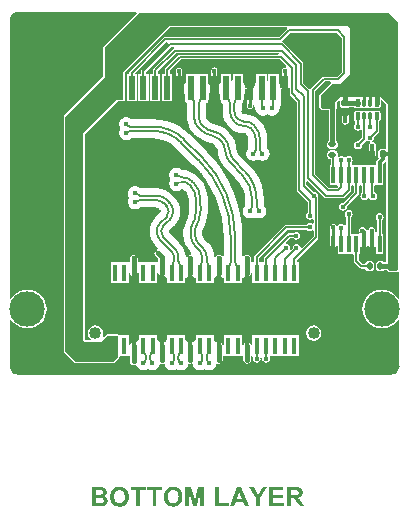
<source format=gbl>
G04*
G04 #@! TF.GenerationSoftware,Altium Limited,Altium Designer,22.5.1 (42)*
G04*
G04 Layer_Physical_Order=4*
G04 Layer_Color=16711680*
%FSLAX25Y25*%
%MOIN*%
G70*
G04*
G04 #@! TF.SameCoordinates,A2539C74-7FEE-43BD-A04A-5197B4AA8E51*
G04*
G04*
G04 #@! TF.FilePolarity,Positive*
G04*
G01*
G75*
%ADD12R,0.02402X0.07874*%
%ADD13R,0.10551X0.14173*%
%ADD21C,0.00755*%
%ADD22C,0.00755*%
%ADD23C,0.00600*%
%ADD24C,0.01000*%
%ADD25C,0.04016*%
%ADD26C,0.11811*%
%ADD27C,0.01600*%
%ADD28R,0.01400X0.05800*%
%ADD29R,0.10000X0.02520*%
%ADD30R,0.18504X0.02520*%
%ADD31R,0.01811X0.05709*%
G04:AMPARAMS|DCode=32|XSize=25.59mil|YSize=15.75mil|CornerRadius=3.94mil|HoleSize=0mil|Usage=FLASHONLY|Rotation=90.000|XOffset=0mil|YOffset=0mil|HoleType=Round|Shape=RoundedRectangle|*
%AMROUNDEDRECTD32*
21,1,0.02559,0.00787,0,0,90.0*
21,1,0.01772,0.01575,0,0,90.0*
1,1,0.00787,0.00394,0.00886*
1,1,0.00787,0.00394,-0.00886*
1,1,0.00787,-0.00394,-0.00886*
1,1,0.00787,-0.00394,0.00886*
%
%ADD32ROUNDEDRECTD32*%
G04:AMPARAMS|DCode=33|XSize=25.59mil|YSize=11.81mil|CornerRadius=2.95mil|HoleSize=0mil|Usage=FLASHONLY|Rotation=90.000|XOffset=0mil|YOffset=0mil|HoleType=Round|Shape=RoundedRectangle|*
%AMROUNDEDRECTD33*
21,1,0.02559,0.00591,0,0,90.0*
21,1,0.01968,0.01181,0,0,90.0*
1,1,0.00591,0.00295,0.00984*
1,1,0.00591,0.00295,-0.00984*
1,1,0.00591,-0.00295,-0.00984*
1,1,0.00591,-0.00295,0.00984*
%
%ADD33ROUNDEDRECTD33*%
G04:AMPARAMS|DCode=34|XSize=19.68mil|YSize=23.62mil|CornerRadius=5.12mil|HoleSize=0mil|Usage=FLASHONLY|Rotation=270.000|XOffset=0mil|YOffset=0mil|HoleType=Round|Shape=RoundedRectangle|*
%AMROUNDEDRECTD34*
21,1,0.01968,0.01339,0,0,270.0*
21,1,0.00945,0.02362,0,0,270.0*
1,1,0.01024,-0.00669,-0.00472*
1,1,0.01024,-0.00669,0.00472*
1,1,0.01024,0.00669,0.00472*
1,1,0.01024,0.00669,-0.00472*
%
%ADD34ROUNDEDRECTD34*%
G04:AMPARAMS|DCode=35|XSize=21.26mil|YSize=23.62mil|CornerRadius=5.53mil|HoleSize=0mil|Usage=FLASHONLY|Rotation=180.000|XOffset=0mil|YOffset=0mil|HoleType=Round|Shape=RoundedRectangle|*
%AMROUNDEDRECTD35*
21,1,0.02126,0.01257,0,0,180.0*
21,1,0.01021,0.02362,0,0,180.0*
1,1,0.01106,-0.00510,0.00628*
1,1,0.01106,0.00510,0.00628*
1,1,0.01106,0.00510,-0.00628*
1,1,0.01106,-0.00510,-0.00628*
%
%ADD35ROUNDEDRECTD35*%
G04:AMPARAMS|DCode=36|XSize=21.26mil|YSize=23.62mil|CornerRadius=5.53mil|HoleSize=0mil|Usage=FLASHONLY|Rotation=270.000|XOffset=0mil|YOffset=0mil|HoleType=Round|Shape=RoundedRectangle|*
%AMROUNDEDRECTD36*
21,1,0.02126,0.01257,0,0,270.0*
21,1,0.01021,0.02362,0,0,270.0*
1,1,0.01106,-0.00628,-0.00510*
1,1,0.01106,-0.00628,0.00510*
1,1,0.01106,0.00628,0.00510*
1,1,0.01106,0.00628,-0.00510*
%
%ADD36ROUNDEDRECTD36*%
G04:AMPARAMS|DCode=37|XSize=19.68mil|YSize=23.62mil|CornerRadius=5.12mil|HoleSize=0mil|Usage=FLASHONLY|Rotation=180.000|XOffset=0mil|YOffset=0mil|HoleType=Round|Shape=RoundedRectangle|*
%AMROUNDEDRECTD37*
21,1,0.01968,0.01339,0,0,180.0*
21,1,0.00945,0.02362,0,0,180.0*
1,1,0.01024,-0.00472,0.00669*
1,1,0.01024,0.00472,0.00669*
1,1,0.01024,0.00472,-0.00669*
1,1,0.01024,-0.00472,-0.00669*
%
%ADD37ROUNDEDRECTD37*%
%ADD38C,0.01300*%
%ADD39C,0.01081*%
%ADD40C,0.01500*%
%ADD41C,0.01100*%
G36*
X-2901Y99092D02*
X36298D01*
X36489Y98630D01*
X25438Y87579D01*
X25279Y87196D01*
X25279Y87196D01*
Y77661D01*
X12169Y64551D01*
X12011Y64168D01*
X12011Y64168D01*
Y-14008D01*
X12011Y-14008D01*
X12169Y-14391D01*
X12169Y-14391D01*
X15669Y-17891D01*
X16052Y-18049D01*
X16052Y-18049D01*
X28552D01*
X28552Y-18049D01*
X28935Y-17891D01*
X30435Y-16391D01*
X30593Y-16008D01*
X30593Y-16008D01*
Y-15902D01*
X30878Y-15520D01*
X31093Y-15520D01*
X33658D01*
X33689Y-15520D01*
X34159Y-15593D01*
Y-17400D01*
X34255Y-17888D01*
X34532Y-18301D01*
X34945Y-18577D01*
X35433Y-18675D01*
X35857Y-18590D01*
X35927Y-18581D01*
X36402Y-18857D01*
X36418Y-18939D01*
X36944Y-19725D01*
X37730Y-20251D01*
X38658Y-20435D01*
X39586Y-20251D01*
X39943Y-20012D01*
X40373D01*
X40730Y-20251D01*
X41658Y-20435D01*
X42586Y-20251D01*
X43372Y-19725D01*
X43898Y-18939D01*
X43953Y-18661D01*
X43994Y-18529D01*
Y-18529D01*
X43994Y-18529D01*
X44017Y-18427D01*
X44171Y-18284D01*
X44484Y-18115D01*
X44538Y-18106D01*
X44882Y-18174D01*
X45231Y-18105D01*
X45280Y-18113D01*
X45592Y-18283D01*
X45748Y-18426D01*
X45770Y-18529D01*
X45770Y-18529D01*
Y-18529D01*
X45812Y-18663D01*
X45867Y-18939D01*
X46393Y-19725D01*
X47179Y-20251D01*
X48107Y-20435D01*
X49035Y-20251D01*
X49392Y-20012D01*
X49822D01*
X50179Y-20251D01*
X51107Y-20435D01*
X52035Y-20251D01*
X52821Y-19725D01*
X53347Y-18939D01*
X53404Y-18652D01*
X53442Y-18529D01*
Y-18529D01*
X53442Y-18529D01*
X53465Y-18426D01*
X53620Y-18283D01*
X53934Y-18114D01*
X53983Y-18105D01*
X54331Y-18174D01*
X54683Y-18104D01*
X54726Y-18112D01*
X55042Y-18283D01*
X55197Y-18426D01*
X55220Y-18529D01*
X55220Y-18529D01*
Y-18529D01*
X55257Y-18646D01*
X55315Y-18939D01*
X55841Y-19725D01*
X56627Y-20251D01*
X57555Y-20435D01*
X58483Y-20251D01*
X58840Y-20012D01*
X59270D01*
X59627Y-20251D01*
X60555Y-20435D01*
X61483Y-20251D01*
X62269Y-19725D01*
X62795Y-18939D01*
X62850Y-18661D01*
X62891Y-18529D01*
Y-18529D01*
X62891Y-18529D01*
X62914Y-18427D01*
X63068Y-18284D01*
X63380Y-18115D01*
X63435Y-18106D01*
X63779Y-18174D01*
X64267Y-18078D01*
X64680Y-17801D01*
X64956Y-17388D01*
X65053Y-16900D01*
Y-15592D01*
X65524Y-15520D01*
X65553Y-15520D01*
X68173D01*
X68673Y-15520D01*
X68835Y-15520D01*
X71453D01*
X71484Y-15520D01*
X71953Y-15594D01*
Y-16900D01*
X72050Y-17388D01*
X72327Y-17801D01*
X72740Y-18078D01*
X73228Y-18174D01*
X73716Y-18078D01*
X74129Y-17801D01*
X74405Y-17388D01*
X74502Y-16900D01*
Y-15592D01*
X74972Y-15520D01*
X75156Y-16020D01*
X75152Y-16025D01*
X75051Y-16532D01*
X75152Y-17039D01*
X75440Y-17469D01*
X75870Y-17757D01*
X76377Y-17857D01*
X76884Y-17757D01*
X77314Y-17469D01*
X77602Y-17039D01*
X77702Y-16532D01*
X77650Y-16268D01*
X77952Y-15844D01*
X78254Y-16269D01*
X78202Y-16532D01*
X78302Y-17039D01*
X78590Y-17469D01*
X79020Y-17757D01*
X79527Y-17857D01*
X80034Y-17757D01*
X80464Y-17469D01*
X80752Y-17039D01*
X80853Y-16532D01*
X80752Y-16025D01*
X80748Y-16020D01*
X80933Y-15520D01*
X81272D01*
X81433Y-15520D01*
X83921D01*
X84421Y-15520D01*
X84583Y-15520D01*
X87071D01*
X87571Y-15520D01*
X87732Y-15520D01*
X90382D01*
Y-8811D01*
X87732D01*
X87232Y-8811D01*
X87071Y-8811D01*
X84583D01*
X84083Y-8811D01*
X83921Y-8811D01*
X81433D01*
X80933Y-8811D01*
X80772Y-8811D01*
X78284D01*
X77784Y-8811D01*
X77622Y-8811D01*
X74972D01*
Y-11966D01*
X74472Y-12015D01*
X74405Y-11678D01*
X74129Y-11265D01*
X73716Y-10988D01*
X73228Y-10892D01*
X72740Y-10988D01*
X72327Y-11265D01*
X72050Y-11678D01*
X71984Y-12011D01*
X71484Y-11962D01*
Y-8811D01*
X68835D01*
X68335Y-8811D01*
X68173Y-8811D01*
X65524D01*
Y-11967D01*
X65024Y-12016D01*
X64956Y-11678D01*
X64680Y-11265D01*
X64267Y-10988D01*
X63779Y-10892D01*
X63291Y-10988D01*
X63290Y-10989D01*
X62606Y-10845D01*
X62343Y-10452D01*
X62036Y-10246D01*
Y-8811D01*
X59224D01*
Y-8811D01*
X58886D01*
Y-8811D01*
X56075D01*
Y-10245D01*
X55766Y-10452D01*
X55503Y-10845D01*
X54819Y-10989D01*
X54819Y-10988D01*
X54331Y-10892D01*
X54330D01*
X53842Y-10988D01*
X53842Y-10989D01*
X53158Y-10845D01*
X52895Y-10452D01*
X52587Y-10246D01*
Y-8811D01*
X49776D01*
Y-8811D01*
X49437D01*
Y-8811D01*
X46626D01*
Y-10245D01*
X46317Y-10452D01*
X46055Y-10845D01*
X45370Y-10989D01*
X45370Y-10988D01*
X44882Y-10892D01*
X44881D01*
X44393Y-10988D01*
X44393Y-10989D01*
X43709Y-10845D01*
X43446Y-10452D01*
X43138Y-10246D01*
Y-8811D01*
X40327D01*
Y-8811D01*
X39988D01*
Y-8811D01*
X37177D01*
Y-10245D01*
X36868Y-10452D01*
X36606Y-10845D01*
X35921Y-10989D01*
X35921Y-10988D01*
X35433Y-10892D01*
X34945Y-10988D01*
X34532Y-11265D01*
X34255Y-11678D01*
X34189Y-12013D01*
X33689Y-11963D01*
Y-8811D01*
X31053D01*
X30878Y-8811D01*
X30445Y-8650D01*
X30435Y-8625D01*
X30052Y-8467D01*
X26552D01*
X26552Y-8467D01*
X26169Y-8625D01*
X26169Y-8625D01*
X25351Y-9443D01*
X24963Y-9125D01*
X25040Y-9010D01*
X25234Y-8032D01*
X25040Y-7053D01*
X24485Y-6223D01*
X23656Y-5669D01*
X22677Y-5474D01*
X21699Y-5669D01*
X20869Y-6223D01*
X20315Y-7053D01*
X20120Y-8032D01*
X20315Y-9010D01*
X20869Y-9840D01*
X21060Y-9967D01*
X20908Y-10467D01*
X19276D01*
X19093Y-10284D01*
Y58304D01*
X30052Y69263D01*
X31828D01*
X32075Y69365D01*
X32497D01*
Y78239D01*
X32369D01*
Y78795D01*
X47537Y93963D01*
X86459D01*
X86610Y93463D01*
X86575Y93439D01*
X83855Y90720D01*
X45928D01*
X45928Y90720D01*
X45616Y90658D01*
X45351Y90481D01*
X34156Y79286D01*
X33979Y79021D01*
X33917Y78709D01*
X33911Y78239D01*
X33033D01*
Y69365D01*
X36434D01*
Y78239D01*
X36124D01*
X35917Y78739D01*
X46190Y89012D01*
X46567Y88967D01*
X46754Y88483D01*
X38093Y79823D01*
X37916Y79558D01*
X37854Y79246D01*
X37854Y79246D01*
Y78239D01*
X36970D01*
Y69365D01*
X40371D01*
Y78239D01*
X39486D01*
Y78908D01*
X47966Y87388D01*
X48772D01*
X48853Y86895D01*
X48588Y86718D01*
X48588Y86718D01*
X42030Y80160D01*
X41853Y79895D01*
X41791Y79583D01*
X41791Y79583D01*
Y78239D01*
X40907D01*
Y69365D01*
X44308D01*
Y78239D01*
X43423D01*
Y79245D01*
X49503Y85325D01*
X83820D01*
X83824Y85320D01*
X83556Y84820D01*
X50828D01*
X50828Y84820D01*
X50516Y84758D01*
X50251Y84581D01*
X45967Y80297D01*
X45790Y80032D01*
X45728Y79720D01*
X45728Y79720D01*
Y78239D01*
X44844D01*
Y69365D01*
X48245D01*
Y78239D01*
X47360D01*
Y79382D01*
X51166Y83188D01*
X84090D01*
X86327Y80951D01*
X86081Y80490D01*
X85914Y80524D01*
X85524Y80446D01*
X85193Y80225D01*
X84972Y79894D01*
X84894Y79504D01*
Y74214D01*
X84702Y73812D01*
X84677Y73811D01*
X84341Y74102D01*
X84217Y74730D01*
X83691Y75516D01*
X83678Y75525D01*
Y78239D01*
X80277D01*
Y76140D01*
X80021Y75992D01*
X79741Y76157D01*
Y78239D01*
X76340D01*
Y75525D01*
X76326Y75516D01*
X75800Y74730D01*
X75616Y73802D01*
X75123D01*
X75045Y74192D01*
X74824Y74523D01*
X74493Y74744D01*
X74103Y74822D01*
X73713Y74744D01*
X73382Y74523D01*
X73161Y74192D01*
X73083Y73802D01*
X72587Y73812D01*
X72558Y74358D01*
X72150Y75211D01*
X71867Y75466D01*
Y78239D01*
X68466D01*
Y76187D01*
X67966Y75925D01*
X67930Y75949D01*
Y78239D01*
X64529D01*
Y75473D01*
X64308Y75279D01*
X63889Y74432D01*
X63826Y73488D01*
X64292Y69928D01*
X64392Y69631D01*
X64456Y69312D01*
X64546Y69177D01*
X64595Y69032D01*
X64646Y68973D01*
X64921Y68615D01*
X64981Y68526D01*
X64999Y68514D01*
X65046Y68453D01*
Y66044D01*
X65065Y65947D01*
X65203Y64552D01*
X65638Y63116D01*
X66345Y61794D01*
X67235Y60709D01*
X67290Y60627D01*
X67405Y60550D01*
X68337Y59785D01*
X69521Y59152D01*
X70806Y58762D01*
X72007Y58644D01*
X72142Y58617D01*
X72330D01*
X72795Y58542D01*
X72855Y58495D01*
X73304Y57911D01*
X73586Y57230D01*
X73674Y56562D01*
X73661Y56500D01*
Y53573D01*
X73599Y53510D01*
X73073Y52724D01*
X73018Y52446D01*
X72976Y52313D01*
Y52313D01*
X72976Y52313D01*
X72939Y52143D01*
X72939Y52143D01*
X72939Y52143D01*
X72917Y51970D01*
X72917Y51970D01*
X72917Y51970D01*
X72915Y51928D01*
X72889Y51796D01*
X72915Y51665D01*
X72917Y51621D01*
X72917Y51621D01*
X72917Y51621D01*
X72939Y51448D01*
X72939Y51448D01*
X72939Y51448D01*
X72976Y51278D01*
X72976Y51278D01*
Y51278D01*
X73018Y51145D01*
X73073Y50868D01*
X73599Y50082D01*
X74385Y49556D01*
X75313Y49372D01*
X76240Y49556D01*
X76597Y49795D01*
X77029D01*
X77385Y49556D01*
X78313Y49372D01*
X79241Y49556D01*
X80027Y50082D01*
X80552Y50868D01*
X80607Y51145D01*
X80649Y51278D01*
Y51278D01*
X80649Y51278D01*
X80687Y51448D01*
X80687Y51448D01*
X80687Y51448D01*
X80710Y51621D01*
X80710Y51621D01*
X80710Y51621D01*
X80712Y51671D01*
X80737Y51796D01*
X80712Y51921D01*
X80710Y51970D01*
X80710Y51970D01*
X80710Y51970D01*
X80687Y52143D01*
X80687Y52143D01*
X80687Y52143D01*
X80649Y52313D01*
X80649Y52313D01*
Y52313D01*
X80608Y52446D01*
X80552Y52724D01*
X80027Y53510D01*
X79964Y53573D01*
Y56500D01*
X79959Y56527D01*
X79787Y58276D01*
X79269Y59983D01*
X78428Y61557D01*
X77496Y62692D01*
X77296Y62936D01*
X77162Y63058D01*
X77162Y63058D01*
X76786Y63366D01*
X76183Y63861D01*
X75113Y64432D01*
X73952Y64785D01*
X72912Y64887D01*
X72745Y64920D01*
X72179D01*
X71747Y65084D01*
X71464Y65467D01*
X71431Y65516D01*
X71337Y65986D01*
X71349Y66044D01*
Y68176D01*
X71478Y68620D01*
X71478Y68620D01*
X71536Y68707D01*
X71786Y69005D01*
X71787Y69005D01*
X71845Y69170D01*
X71942Y69315D01*
X72001Y69612D01*
X72102Y69897D01*
X72583Y73238D01*
X73083Y73203D01*
Y67742D01*
X73161Y67352D01*
X73382Y67021D01*
X73713Y66800D01*
X74103Y66722D01*
X74493Y66800D01*
X74824Y67021D01*
X75045Y67352D01*
X75123Y67742D01*
Y68033D01*
X75616Y68049D01*
X75652Y67867D01*
X75765Y67011D01*
X76166Y66043D01*
X76803Y65212D01*
X76794Y65204D01*
X77581Y64678D01*
X78509Y64494D01*
X79436Y64678D01*
X79793Y64917D01*
X80224D01*
X80581Y64678D01*
X81508Y64494D01*
X82436Y64678D01*
X83223Y65204D01*
X83214Y65212D01*
X83851Y66043D01*
X84252Y67011D01*
X84365Y67867D01*
X84401Y68049D01*
Y73348D01*
X84901Y73510D01*
X84972Y73412D01*
X85006Y73361D01*
X85193Y73081D01*
X85524Y72860D01*
X85914Y72782D01*
X86304Y72860D01*
X86635Y73081D01*
X86856Y73412D01*
X86912Y73695D01*
X87412Y73646D01*
Y71904D01*
X87412Y71904D01*
X87474Y71592D01*
X87651Y71327D01*
X89861Y69117D01*
Y39668D01*
X89861Y39668D01*
X89923Y39356D01*
X90100Y39091D01*
X93361Y35830D01*
Y32186D01*
X93240Y32105D01*
X92952Y31675D01*
X92852Y31168D01*
X92952Y30661D01*
X93240Y30231D01*
X93670Y29943D01*
X94177Y29842D01*
X94684Y29943D01*
X94861Y30062D01*
X95361Y29794D01*
Y28677D01*
X94861Y28410D01*
X94684Y28529D01*
X94177Y28629D01*
X93670Y28529D01*
X93240Y28241D01*
X93159Y28120D01*
X86277D01*
X86277Y28120D01*
X85965Y28058D01*
X85700Y27881D01*
X75801Y17982D01*
X75624Y17717D01*
X75562Y17405D01*
X75562Y17405D01*
Y15520D01*
X75002D01*
X74972Y15520D01*
X74502Y15592D01*
Y16900D01*
X74405Y17388D01*
X74129Y17801D01*
X73716Y18078D01*
X73228Y18174D01*
X72740Y18078D01*
X72327Y17801D01*
X72155Y17544D01*
X71655Y17696D01*
Y23762D01*
X71658D01*
X71462Y27747D01*
X70876Y31692D01*
X69907Y35562D01*
X68563Y39318D01*
X66858Y42924D01*
X64807Y46345D01*
X62431Y49549D01*
X59752Y52505D01*
X59750Y52503D01*
X54039Y58214D01*
X54039Y58214D01*
X54039D01*
X53977Y58256D01*
X52343Y59689D01*
X50475Y60937D01*
X48461Y61930D01*
X46334Y62652D01*
X44131Y63090D01*
X41963Y63232D01*
X41889Y63247D01*
X34754D01*
X34691Y63310D01*
X33905Y63835D01*
X33632Y63889D01*
X33494Y63933D01*
X33494D01*
X33494Y63933D01*
X33324Y63970D01*
X33324Y63970D01*
X33324Y63970D01*
X33151Y63992D01*
X33151Y63992D01*
X33151Y63992D01*
X33105Y63994D01*
X32977Y64020D01*
X32850Y63994D01*
X32802Y63992D01*
X32802Y63992D01*
X32802Y63992D01*
X32629Y63970D01*
X32629Y63970D01*
X32629Y63970D01*
X32459Y63933D01*
X32459Y63933D01*
X32459D01*
X32321Y63889D01*
X32049Y63835D01*
X31263Y63310D01*
X30737Y62523D01*
X30553Y61595D01*
X30737Y60668D01*
X30976Y60311D01*
Y59880D01*
X30737Y59523D01*
X30553Y58596D01*
X30737Y57668D01*
X31263Y56881D01*
X32049Y56356D01*
X32331Y56300D01*
X32459Y56260D01*
X32459D01*
X32459Y56260D01*
X32629Y56222D01*
X32629Y56222D01*
X32629Y56222D01*
X32802Y56199D01*
X32802Y56199D01*
X32802Y56199D01*
X32848Y56197D01*
X32977Y56171D01*
X33106Y56197D01*
X33151Y56199D01*
X33151Y56199D01*
X33151Y56199D01*
X33324Y56222D01*
X33324Y56222D01*
X33324Y56222D01*
X33494Y56260D01*
X33494Y56260D01*
X33494D01*
X33622Y56300D01*
X33905Y56356D01*
X34691Y56881D01*
X34754Y56944D01*
X41889D01*
X41998Y56966D01*
X43596Y56840D01*
X45260Y56440D01*
X46842Y55785D01*
X48302Y54891D01*
X49225Y54102D01*
X49582Y53757D01*
X49582Y53757D01*
X49582Y53757D01*
X55293Y48046D01*
X55423Y47959D01*
X57586Y45573D01*
X59596Y42863D01*
X61330Y39969D01*
X62773Y36919D01*
X63910Y33742D01*
X64729Y30470D01*
X65224Y27132D01*
X65382Y23915D01*
X65352Y23762D01*
Y17696D01*
X64852Y17544D01*
X64680Y17801D01*
X64267Y18078D01*
X63779Y18174D01*
X63291Y18078D01*
X62878Y17801D01*
X62676Y17499D01*
X62664Y17498D01*
X62177Y17561D01*
X62165Y17566D01*
X62064Y18585D01*
X61689Y19822D01*
X61080Y20962D01*
X60354Y21847D01*
X60270Y21972D01*
X58891Y23351D01*
X58807Y23407D01*
X58383Y24041D01*
X58235Y24790D01*
X58254Y24888D01*
Y25736D01*
X58299Y25844D01*
X58299D01*
X58297Y25848D01*
X59207Y28046D01*
X59254Y28280D01*
X59527Y28940D01*
X59970Y30786D01*
X60119Y32679D01*
X60105Y32868D01*
X60125Y32986D01*
X60054Y35756D01*
Y36689D01*
X60056D01*
X59863Y38645D01*
X59293Y40526D01*
X58366Y42260D01*
X57119Y43780D01*
X57118Y43778D01*
X56671Y44225D01*
X56575Y44289D01*
X55557Y45125D01*
X54295Y45799D01*
X52926Y46215D01*
X51807Y46325D01*
X51351Y46429D01*
X51351Y46429D01*
X50564Y46954D01*
X50287Y47010D01*
X50154Y47052D01*
X50154D01*
X50154Y47052D01*
X49984Y47089D01*
X49984Y47089D01*
X49984Y47089D01*
X49811Y47111D01*
X49811Y47111D01*
X49811Y47111D01*
X49768Y47113D01*
X49637Y47139D01*
X49505Y47113D01*
X49461Y47111D01*
X49461Y47111D01*
X49461Y47111D01*
X49288Y47089D01*
X49288Y47089D01*
X49288Y47089D01*
X49118Y47052D01*
X49118Y47052D01*
X49118D01*
X48986Y47009D01*
X48709Y46954D01*
X47923Y46429D01*
X47397Y45643D01*
X47212Y44715D01*
X47397Y43787D01*
X47635Y43430D01*
Y42999D01*
X47397Y42643D01*
X47212Y41715D01*
X47397Y40787D01*
X47923Y40001D01*
X48709Y39475D01*
X48985Y39420D01*
X49118Y39379D01*
X49118D01*
X49118Y39379D01*
X49288Y39341D01*
X49288Y39341D01*
X49288Y39341D01*
X49461Y39318D01*
X49461Y39318D01*
X49461Y39318D01*
X49512Y39316D01*
X49637Y39291D01*
X49762Y39316D01*
X49811Y39318D01*
X49811Y39318D01*
X49811Y39318D01*
X49984Y39341D01*
X49984Y39341D01*
X49984Y39341D01*
X50154Y39379D01*
X50154Y39379D01*
X50154D01*
X50287Y39420D01*
X50564Y39475D01*
X51351Y40001D01*
X51419Y40069D01*
X51883Y39977D01*
X51955Y39929D01*
X52337Y39645D01*
X52661Y39321D01*
X52694Y39299D01*
X52735Y39272D01*
X53278Y38564D01*
X53653Y37659D01*
X53769Y36775D01*
X53752Y36688D01*
Y35688D01*
X53758Y35658D01*
X53752Y35627D01*
X53824Y32826D01*
X53845Y32732D01*
X53850Y32679D01*
X53738Y31542D01*
X53431Y30528D01*
X53384Y30458D01*
X53384D01*
X53384Y30458D01*
X52393Y28065D01*
X52346Y27830D01*
X52146Y27347D01*
X51948Y25844D01*
X51951D01*
Y24888D01*
X51962Y24831D01*
X52119Y23236D01*
X52602Y21646D01*
X53384Y20182D01*
X54143Y19258D01*
X54434Y18894D01*
X54434D01*
X54576Y18634D01*
X54390Y18286D01*
X54312Y18171D01*
X53843Y18078D01*
X53430Y17801D01*
X53202Y17460D01*
X52901Y17466D01*
X52693Y17530D01*
X52606Y18409D01*
X52189Y19783D01*
X51513Y21048D01*
X50674Y22070D01*
X50611Y22166D01*
X50611Y22166D01*
X50257Y22519D01*
X47199Y25577D01*
X47187Y25607D01*
Y26169D01*
X47199Y26199D01*
X48689Y27688D01*
X49099Y28098D01*
X49099Y28098D01*
X49104Y28103D01*
X49106Y28106D01*
X49198Y28244D01*
X49877Y29071D01*
X50464Y30169D01*
X50825Y31360D01*
X50931Y32439D01*
X50963Y32599D01*
X50931Y32758D01*
X50825Y33838D01*
X50464Y35029D01*
X49877Y36126D01*
X49202Y36948D01*
X49110Y37087D01*
X49106Y37092D01*
X49099Y37100D01*
X49099Y37100D01*
X49048Y37150D01*
X49048Y37150D01*
X47938Y38260D01*
X47818Y38340D01*
X46910Y39086D01*
X45748Y39707D01*
X44488Y40089D01*
X43319Y40204D01*
X43177Y40232D01*
X37651D01*
X37638Y40230D01*
X37558Y40263D01*
X37551Y40274D01*
X37530Y40295D01*
X36744Y40820D01*
X36471Y40875D01*
X36333Y40918D01*
X36333D01*
X36333Y40918D01*
X36163Y40955D01*
X36163Y40955D01*
X36163Y40955D01*
X35990Y40977D01*
X35990Y40977D01*
X35990Y40977D01*
X35943Y40979D01*
X35816Y41005D01*
X35689Y40979D01*
X35641Y40977D01*
X35640Y40977D01*
X35640Y40977D01*
X35467Y40955D01*
X35467Y40955D01*
X35467Y40955D01*
X35297Y40918D01*
X35297Y40918D01*
X35297D01*
X35159Y40874D01*
X34888Y40820D01*
X34102Y40295D01*
X33576Y39508D01*
X33392Y38581D01*
X33576Y37653D01*
X33815Y37297D01*
Y36865D01*
X33576Y36508D01*
X33392Y35581D01*
X33576Y34653D01*
X34102Y33867D01*
X34888Y33341D01*
X35170Y33285D01*
X35297Y33245D01*
X35297D01*
X35297Y33245D01*
X35467Y33207D01*
X35467Y33207D01*
X35467Y33207D01*
X35640Y33184D01*
X35641Y33184D01*
X35641Y33184D01*
X35687Y33182D01*
X35816Y33157D01*
X35945Y33182D01*
X35990Y33184D01*
X35990Y33184D01*
X35990Y33184D01*
X36163Y33207D01*
X36163Y33207D01*
X36163Y33207D01*
X36333Y33245D01*
X36333Y33245D01*
X36333D01*
X36460Y33285D01*
X36744Y33341D01*
X37530Y33867D01*
X37551Y33888D01*
X37558Y33899D01*
X37638Y33932D01*
X37651Y33929D01*
X42708D01*
X42776Y33943D01*
X43316Y33835D01*
X43432Y33758D01*
X43813Y33471D01*
X44158Y33126D01*
X44344Y32941D01*
X44642Y32555D01*
X42564Y30477D01*
X42477Y30347D01*
X41769Y29485D01*
X41171Y28366D01*
X40803Y27151D01*
X40678Y25888D01*
X40803Y24625D01*
X41171Y23410D01*
X41769Y22290D01*
X42477Y21428D01*
X42564Y21298D01*
X43496Y20367D01*
X43331Y19824D01*
X43121Y19782D01*
X42708Y19506D01*
X42432Y19093D01*
X42334Y18605D01*
X42432Y18117D01*
X42708Y17704D01*
X43608Y16804D01*
Y15593D01*
X43138Y15520D01*
X43108Y15520D01*
X40488D01*
X39988Y15520D01*
X39827Y15520D01*
X37209D01*
X37177Y15520D01*
X36709Y15595D01*
Y16900D01*
X36612Y17388D01*
X36335Y17801D01*
X35922Y18078D01*
X35434Y18174D01*
X34946Y18078D01*
X34533Y17801D01*
X34257Y17388D01*
X34159Y16900D01*
Y15591D01*
X33689Y15520D01*
X33659Y15520D01*
X31039D01*
X30539Y15520D01*
X30378Y15520D01*
X27728D01*
Y8811D01*
X30378D01*
X30878Y8811D01*
X31039Y8811D01*
X33689D01*
Y11962D01*
X34189Y12012D01*
X34255Y11677D01*
X34532Y11264D01*
X34945Y10988D01*
X35433Y10891D01*
X35434D01*
X35922Y10988D01*
X36335Y11264D01*
X36612Y11677D01*
X36677Y12008D01*
X37177Y11958D01*
Y8811D01*
X39827D01*
X40327Y8811D01*
X40488Y8811D01*
X43138D01*
Y11958D01*
X43638Y12008D01*
X43703Y11677D01*
X43980Y11264D01*
X44393Y10988D01*
X44881Y10891D01*
X44882D01*
X45370Y10988D01*
X45370Y10988D01*
X46055Y10844D01*
X46317Y10451D01*
X46626Y10244D01*
Y8811D01*
X49437D01*
Y8811D01*
X49776D01*
Y8811D01*
X52587D01*
Y10245D01*
X52895Y10451D01*
X53158Y10844D01*
X53842Y10988D01*
X53842Y10988D01*
X54330Y10891D01*
X54331D01*
X54819Y10988D01*
X54819Y10988D01*
X55503Y10844D01*
X55766Y10451D01*
X56075Y10244D01*
Y8811D01*
X58886D01*
Y8811D01*
X59224D01*
Y8811D01*
X62036D01*
Y10245D01*
X62343Y10451D01*
X62606Y10844D01*
X63290Y10988D01*
X63291Y10988D01*
X63779Y10891D01*
X64267Y10988D01*
X64268Y10988D01*
X64952Y10844D01*
X65215Y10451D01*
X65524Y10245D01*
Y8811D01*
X68335D01*
Y8811D01*
X68673D01*
Y8811D01*
X71484D01*
Y10245D01*
X71792Y10451D01*
X72055Y10844D01*
X72739Y10988D01*
X72740Y10988D01*
X73228Y10891D01*
X73716Y10988D01*
X74129Y11264D01*
X74405Y11677D01*
X74472Y12014D01*
X74972Y11965D01*
Y8811D01*
X77622D01*
X78122Y8811D01*
X78284Y8811D01*
X80933D01*
Y8811D01*
X81272D01*
Y8811D01*
X83921D01*
X84421Y8811D01*
X84583Y8811D01*
X87232D01*
Y8811D01*
X87571D01*
Y8811D01*
X90382D01*
Y15520D01*
X89792D01*
Y16429D01*
X96754Y23391D01*
X96754Y23391D01*
X96931Y23656D01*
X96993Y23968D01*
Y37168D01*
X96993Y37168D01*
X96948Y37393D01*
X97003Y37668D01*
X96902Y38175D01*
X96614Y38605D01*
X96184Y38893D01*
X95677Y38993D01*
X95534Y38965D01*
X92993Y41506D01*
Y42492D01*
X93493Y42699D01*
X99100Y37091D01*
X99100Y37091D01*
X99365Y36914D01*
X99677Y36852D01*
X105177D01*
X105177Y36852D01*
X105489Y36914D01*
X105754Y37091D01*
X107654Y38991D01*
X107654Y38991D01*
X107831Y39256D01*
X107893Y39568D01*
X107893Y39568D01*
Y40914D01*
X108246Y41268D01*
X108508D01*
X108861Y40914D01*
Y39006D01*
X105320Y35465D01*
X105177Y35493D01*
X104670Y35393D01*
X104240Y35105D01*
X103952Y34675D01*
X103851Y34168D01*
X103952Y33661D01*
X104240Y33231D01*
X104670Y32943D01*
X105177Y32842D01*
X105684Y32943D01*
X106114Y33231D01*
X106402Y33661D01*
X106502Y34168D01*
X106474Y34311D01*
X110254Y38091D01*
X110431Y38356D01*
X110493Y38668D01*
X110493Y38668D01*
Y40914D01*
X110846Y41268D01*
X111108D01*
X111461Y40914D01*
Y38686D01*
X111340Y38605D01*
X111052Y38175D01*
X110951Y37668D01*
X111052Y37161D01*
X111340Y36731D01*
X111770Y36443D01*
X112277Y36342D01*
X112784Y36443D01*
X113214Y36731D01*
X113456Y37093D01*
X113727Y37130D01*
X113998Y37093D01*
X114240Y36731D01*
X114670Y36443D01*
X115177Y36342D01*
X115684Y36443D01*
X116114Y36731D01*
X116402Y37161D01*
X116502Y37668D01*
X116402Y38175D01*
X116114Y38605D01*
X115684Y38893D01*
X115593Y38911D01*
Y40914D01*
X115946Y41268D01*
X116477Y41268D01*
X118577D01*
Y48068D01*
X118577Y48068D01*
X118577D01*
X118577Y48068D01*
X118689Y48522D01*
X119136Y48969D01*
X119386Y48925D01*
X119636Y48787D01*
Y15578D01*
X118885D01*
X118802Y15703D01*
X118467Y15926D01*
X118073Y16005D01*
X117128D01*
X116733Y15926D01*
X116398Y15703D01*
X116175Y15368D01*
X116096Y14973D01*
Y13635D01*
X116175Y13240D01*
X116398Y12905D01*
X116733Y12682D01*
X117128Y12603D01*
X118073D01*
X118467Y12682D01*
X118802Y12905D01*
X118885Y13029D01*
X119749D01*
X119794Y12921D01*
X119794Y12921D01*
X120294Y12421D01*
X120677Y12263D01*
X120677Y12263D01*
X123177D01*
X123177Y12263D01*
X123503Y12398D01*
X124003Y12211D01*
Y3593D01*
X123518Y3471D01*
X123462Y3576D01*
X122661Y4551D01*
X121686Y5352D01*
X120573Y5946D01*
X119366Y6313D01*
X118110Y6436D01*
X116855Y6313D01*
X115647Y5946D01*
X114534Y5352D01*
X113559Y4551D01*
X112759Y3576D01*
X112164Y2463D01*
X111797Y1256D01*
X111674Y0D01*
X111797Y-1256D01*
X112164Y-2463D01*
X112759Y-3576D01*
X113559Y-4551D01*
X114534Y-5352D01*
X115647Y-5946D01*
X116855Y-6313D01*
X118110Y-6436D01*
X119366Y-6313D01*
X120573Y-5946D01*
X121686Y-5352D01*
X122661Y-4551D01*
X123462Y-3576D01*
X123518Y-3471D01*
X124003Y-3593D01*
Y-18900D01*
X124012Y-18943D01*
X123915Y-19678D01*
X123615Y-20403D01*
X123137Y-21025D01*
X122514Y-21503D01*
X121789Y-21803D01*
X121054Y-21900D01*
X121011Y-21891D01*
X-2901D01*
X-2944Y-21900D01*
X-3679Y-21803D01*
X-4404Y-21503D01*
X-5027Y-21025D01*
X-5504Y-20403D01*
X-5805Y-19678D01*
X-5901Y-18943D01*
X-5893Y-18900D01*
Y-3593D01*
X-5408Y-3471D01*
X-5352Y-3576D01*
X-4551Y-4551D01*
X-3576Y-5352D01*
X-2463Y-5946D01*
X-1256Y-6313D01*
X0Y-6436D01*
X1256Y-6313D01*
X2463Y-5946D01*
X3576Y-5352D01*
X4551Y-4551D01*
X5352Y-3576D01*
X5946Y-2463D01*
X6313Y-1256D01*
X6436Y0D01*
X6313Y1256D01*
X5946Y2463D01*
X5352Y3576D01*
X4551Y4551D01*
X3576Y5352D01*
X2463Y5946D01*
X1256Y6313D01*
X0Y6436D01*
X-1256Y6313D01*
X-2463Y5946D01*
X-3576Y5352D01*
X-4551Y4551D01*
X-5352Y3576D01*
X-5408Y3471D01*
X-5893Y3593D01*
Y96100D01*
X-5901Y96144D01*
X-5805Y96879D01*
X-5504Y97604D01*
X-5027Y98226D01*
X-4404Y98704D01*
X-3679Y99004D01*
X-2944Y99101D01*
X-2901Y99092D01*
D02*
G37*
G36*
X104712Y90352D02*
Y78987D01*
X103223Y77497D01*
X98910D01*
X98910Y77497D01*
X98598Y77435D01*
X98333Y77258D01*
X94600Y73525D01*
X94587Y73506D01*
X93994Y73407D01*
X93971Y73415D01*
X91944Y75442D01*
Y81804D01*
X91944Y81804D01*
X91882Y82116D01*
X91705Y82381D01*
X91705Y82381D01*
X85305Y88781D01*
X85067Y88940D01*
X85035Y88981D01*
X84932Y89489D01*
X87490Y92047D01*
X103017D01*
X104712Y90352D01*
D02*
G37*
G36*
X101125Y75366D02*
X97445Y71687D01*
X97287Y71304D01*
X97287Y71304D01*
Y67304D01*
X97287Y67304D01*
X97445Y66921D01*
X97445Y66921D01*
X97945Y66421D01*
X98328Y66263D01*
X98328Y66263D01*
X100402D01*
Y56224D01*
X100278Y56141D01*
X100055Y55806D01*
X99976Y55412D01*
Y54467D01*
X100055Y54072D01*
X100278Y53737D01*
X100613Y53514D01*
X101008Y53435D01*
X102346D01*
X102741Y53514D01*
X103076Y53737D01*
X103299Y54072D01*
X103378Y54467D01*
Y55412D01*
X103299Y55806D01*
X103076Y56141D01*
X102952Y56224D01*
Y66677D01*
X103060Y66785D01*
X103218Y67168D01*
X103218Y67168D01*
Y68929D01*
X103819Y69530D01*
X104280Y69283D01*
X104258Y69175D01*
Y68154D01*
X104340Y67743D01*
X104573Y67395D01*
X104921Y67163D01*
X105332Y67081D01*
X106588D01*
X106999Y67163D01*
X107339Y67390D01*
X108897D01*
X109067Y67135D01*
X109362Y66938D01*
X109711Y66868D01*
X110499D01*
X110847Y66938D01*
X111143Y67135D01*
X111626Y66958D01*
X111665Y66932D01*
X111975Y66870D01*
X112566D01*
X112876Y66932D01*
X112883Y66937D01*
X113254Y67067D01*
X113626Y66937D01*
X113633Y66932D01*
X113944Y66870D01*
X114534D01*
X114844Y66932D01*
X114883Y66958D01*
X115366Y67135D01*
X115662Y66938D01*
X116010Y66868D01*
X116798D01*
X117147Y66938D01*
X117442Y67135D01*
X117640Y67431D01*
X117709Y67779D01*
Y69450D01*
X117951Y69611D01*
X118195Y69672D01*
X119636Y68231D01*
Y53612D01*
X119136Y53319D01*
X118879Y53370D01*
X117858D01*
X117447Y53288D01*
X117099Y53055D01*
X116867Y52707D01*
X116785Y52296D01*
Y51040D01*
X116867Y50629D01*
X117099Y50281D01*
X117102Y50251D01*
X116548Y49697D01*
X116294Y49317D01*
X116205Y48868D01*
Y48474D01*
X115977Y48068D01*
X115677Y48068D01*
X113577Y48068D01*
X113077Y48068D01*
X111377D01*
X111077Y48068D01*
X110577Y48068D01*
X108777D01*
X108477Y48068D01*
X108246D01*
X108095Y48219D01*
X108014Y48731D01*
X108302Y49161D01*
X108403Y49668D01*
X108302Y50175D01*
X108014Y50605D01*
X107584Y50893D01*
X107077Y50994D01*
X106570Y50893D01*
X106140Y50605D01*
X106128Y50587D01*
X105526D01*
X105514Y50605D01*
X105084Y50893D01*
X104577Y50994D01*
X104070Y50893D01*
X103853Y50748D01*
X103628Y50831D01*
X103378Y51032D01*
Y51868D01*
X103299Y52263D01*
X103076Y52598D01*
X102741Y52821D01*
X102346Y52900D01*
X101008D01*
X100613Y52821D01*
X100278Y52598D01*
X100055Y52263D01*
X99976Y51868D01*
Y50923D01*
X100055Y50529D01*
X100278Y50194D01*
X100613Y49970D01*
X101008Y49892D01*
X101161D01*
Y48068D01*
X100777D01*
Y41268D01*
X103311Y41268D01*
X103512Y40808D01*
X103254Y40484D01*
X100515D01*
X95993Y45006D01*
Y72611D01*
X99248Y75866D01*
X100917D01*
X101125Y75366D01*
D02*
G37*
G36*
X93240Y26367D02*
X93670Y26079D01*
X94177Y25978D01*
X94684Y26079D01*
X94861Y26198D01*
X95361Y25931D01*
Y24306D01*
X91482Y20426D01*
X91398Y20434D01*
X90972Y20623D01*
X90902Y20975D01*
X90614Y21405D01*
X90184Y21693D01*
X89677Y21793D01*
X89170Y21693D01*
X88740Y21405D01*
X88452Y20975D01*
X88352Y20468D01*
X88380Y20325D01*
X87838Y19783D01*
X87424Y20076D01*
X87502Y20468D01*
X87402Y20975D01*
X87114Y21405D01*
X86684Y21693D01*
X86332Y21763D01*
X86143Y22189D01*
X86135Y22273D01*
X87515Y23652D01*
X88658D01*
X88740Y23531D01*
X89170Y23243D01*
X89677Y23143D01*
X90184Y23243D01*
X90614Y23531D01*
X90902Y23961D01*
X91003Y24468D01*
X90902Y24975D01*
X90614Y25405D01*
X90184Y25693D01*
X89677Y25793D01*
X89170Y25693D01*
X88740Y25405D01*
X88658Y25284D01*
X87177D01*
X86865Y25222D01*
X86600Y25045D01*
X86600Y25045D01*
X78950Y17395D01*
X78773Y17130D01*
X78711Y16818D01*
X78711Y16818D01*
Y15873D01*
X78358Y15520D01*
X77784Y15520D01*
X77694Y15520D01*
X77194Y15692D01*
Y17067D01*
X86615Y26488D01*
X93159D01*
X93240Y26367D01*
D02*
G37*
G36*
X123677Y95736D02*
Y13304D01*
X123177Y12804D01*
X120677D01*
X120177Y13304D01*
Y68455D01*
X117828Y70804D01*
X104328D01*
X102677Y69153D01*
Y67168D01*
X102313Y66804D01*
X98328D01*
X97828Y67304D01*
Y71304D01*
X101666Y75142D01*
X104366D01*
X107528Y78304D01*
Y93604D01*
X106628Y94504D01*
X47313D01*
X31828Y79019D01*
Y69804D01*
X29828D01*
X18677Y58653D01*
X18552D01*
Y-10508D01*
X19052Y-11008D01*
X24552D01*
X26552Y-9008D01*
X30052D01*
Y-16008D01*
X28552Y-17508D01*
X16052D01*
X12552Y-14008D01*
Y64168D01*
X25820Y77437D01*
Y87196D01*
X37428Y98804D01*
X120609D01*
X123677Y95736D01*
D02*
G37*
G36*
X77531Y-63059D02*
Y-65742D01*
X76236D01*
Y-63050D01*
X73896Y-59341D01*
X75403D01*
X76911Y-61875D01*
X78382Y-59341D01*
X79871D01*
X77531Y-63059D01*
D02*
G37*
G36*
X58837Y-65742D02*
X57643D01*
X57634Y-60710D01*
X56376Y-65742D01*
X55127D01*
X53869Y-60710D01*
Y-65742D01*
X52676D01*
Y-59341D01*
X54609D01*
X55756Y-63716D01*
X56894Y-59341D01*
X58837D01*
Y-65742D01*
D02*
G37*
G36*
X89463Y-59350D02*
X89565D01*
X89667Y-59359D01*
X89787D01*
X90028Y-59387D01*
X90277Y-59415D01*
X90509Y-59461D01*
X90610Y-59489D01*
X90703Y-59517D01*
X90712D01*
X90721Y-59526D01*
X90777Y-59554D01*
X90860Y-59600D01*
X90971Y-59655D01*
X91091Y-59748D01*
X91212Y-59850D01*
X91332Y-59979D01*
X91443Y-60136D01*
Y-60146D01*
X91452Y-60155D01*
X91471Y-60183D01*
X91489Y-60210D01*
X91535Y-60303D01*
X91591Y-60423D01*
X91637Y-60571D01*
X91683Y-60738D01*
X91720Y-60932D01*
X91730Y-61135D01*
Y-61145D01*
Y-61163D01*
Y-61209D01*
X91720Y-61256D01*
Y-61320D01*
X91711Y-61385D01*
X91674Y-61552D01*
X91628Y-61746D01*
X91554Y-61940D01*
X91443Y-62144D01*
X91378Y-62236D01*
X91304Y-62329D01*
X91295Y-62338D01*
X91286Y-62347D01*
X91258Y-62375D01*
X91221Y-62403D01*
X91184Y-62440D01*
X91128Y-62486D01*
X91064Y-62532D01*
X90990Y-62578D01*
X90906Y-62634D01*
X90805Y-62680D01*
X90703Y-62726D01*
X90592Y-62773D01*
X90462Y-62819D01*
X90333Y-62856D01*
X90194Y-62893D01*
X90037Y-62921D01*
X90046D01*
X90055Y-62930D01*
X90111Y-62967D01*
X90185Y-63013D01*
X90277Y-63078D01*
X90388Y-63161D01*
X90499Y-63244D01*
X90620Y-63346D01*
X90721Y-63457D01*
X90731Y-63466D01*
X90777Y-63513D01*
X90832Y-63587D01*
X90916Y-63698D01*
X91027Y-63836D01*
X91082Y-63929D01*
X91147Y-64021D01*
X91221Y-64123D01*
X91295Y-64234D01*
X91378Y-64364D01*
X91461Y-64493D01*
X92248Y-65742D01*
X90694D01*
X89769Y-64354D01*
X89759Y-64345D01*
X89750Y-64317D01*
X89722Y-64280D01*
X89685Y-64234D01*
X89648Y-64179D01*
X89602Y-64105D01*
X89500Y-63957D01*
X89380Y-63790D01*
X89269Y-63642D01*
X89167Y-63503D01*
X89121Y-63457D01*
X89084Y-63411D01*
X89075Y-63402D01*
X89056Y-63383D01*
X89019Y-63346D01*
X88973Y-63300D01*
X88908Y-63263D01*
X88844Y-63217D01*
X88770Y-63180D01*
X88696Y-63143D01*
X88686D01*
X88659Y-63133D01*
X88612Y-63115D01*
X88538Y-63106D01*
X88446Y-63087D01*
X88335Y-63078D01*
X88205Y-63069D01*
X87789D01*
Y-65742D01*
X86494D01*
Y-59341D01*
X89380D01*
X89463Y-59350D01*
D02*
G37*
G36*
X85273Y-60423D02*
X81823D01*
Y-61838D01*
X85033D01*
Y-62921D01*
X81823D01*
Y-64660D01*
X85393D01*
Y-65742D01*
X80528D01*
Y-59341D01*
X85273D01*
Y-60423D01*
D02*
G37*
G36*
X73868Y-65742D02*
X72471D01*
X71916Y-64290D01*
X69345D01*
X68817Y-65742D01*
X67448D01*
X69927Y-59341D01*
X71296D01*
X73868Y-65742D01*
D02*
G37*
G36*
X63961Y-64660D02*
X67180D01*
Y-65742D01*
X62666D01*
Y-59387D01*
X63961D01*
Y-64660D01*
D02*
G37*
G36*
X44897Y-60423D02*
X43010D01*
Y-65742D01*
X41715D01*
Y-60423D01*
X39819D01*
Y-59341D01*
X44897D01*
Y-60423D01*
D02*
G37*
G36*
X39430D02*
X37543D01*
Y-65742D01*
X36248D01*
Y-60423D01*
X34352D01*
Y-59341D01*
X39430D01*
Y-60423D01*
D02*
G37*
G36*
X24371Y-59350D02*
X24556Y-59359D01*
X24741Y-59369D01*
X24917Y-59387D01*
X25074Y-59406D01*
X25093D01*
X25139Y-59415D01*
X25204Y-59433D01*
X25296Y-59461D01*
X25398Y-59498D01*
X25509Y-59544D01*
X25629Y-59600D01*
X25740Y-59674D01*
X25749Y-59683D01*
X25786Y-59711D01*
X25842Y-59757D01*
X25916Y-59813D01*
X25990Y-59896D01*
X26073Y-59988D01*
X26156Y-60090D01*
X26230Y-60210D01*
X26240Y-60229D01*
X26258Y-60266D01*
X26295Y-60340D01*
X26332Y-60432D01*
X26369Y-60543D01*
X26406Y-60664D01*
X26425Y-60812D01*
X26434Y-60960D01*
Y-60969D01*
Y-60978D01*
Y-61034D01*
X26425Y-61117D01*
X26406Y-61228D01*
X26369Y-61357D01*
X26332Y-61496D01*
X26267Y-61635D01*
X26184Y-61783D01*
X26175Y-61801D01*
X26138Y-61848D01*
X26082Y-61912D01*
X26018Y-61996D01*
X25925Y-62079D01*
X25814Y-62181D01*
X25685Y-62264D01*
X25537Y-62347D01*
X25546D01*
X25564Y-62356D01*
X25592Y-62366D01*
X25629Y-62375D01*
X25740Y-62421D01*
X25870Y-62486D01*
X26008Y-62560D01*
X26166Y-62662D01*
X26304Y-62782D01*
X26434Y-62930D01*
X26443Y-62948D01*
X26480Y-63004D01*
X26536Y-63087D01*
X26591Y-63198D01*
X26647Y-63346D01*
X26702Y-63503D01*
X26739Y-63688D01*
X26748Y-63892D01*
Y-63901D01*
Y-63910D01*
Y-63966D01*
X26739Y-64049D01*
X26721Y-64160D01*
X26702Y-64290D01*
X26665Y-64438D01*
X26610Y-64586D01*
X26545Y-64743D01*
X26536Y-64761D01*
X26508Y-64808D01*
X26462Y-64882D01*
X26397Y-64974D01*
X26323Y-65085D01*
X26221Y-65187D01*
X26119Y-65298D01*
X25990Y-65400D01*
X25971Y-65409D01*
X25925Y-65437D01*
X25851Y-65483D01*
X25749Y-65529D01*
X25620Y-65585D01*
X25472Y-65631D01*
X25305Y-65677D01*
X25120Y-65705D01*
X25083D01*
X25046Y-65714D01*
X24954D01*
X24889Y-65723D01*
X24713D01*
X24602Y-65733D01*
X24325D01*
X24168Y-65742D01*
X21393D01*
Y-59341D01*
X24205D01*
X24371Y-59350D01*
D02*
G37*
G36*
X48699Y-59230D02*
X48791D01*
X48911Y-59248D01*
X49050Y-59267D01*
X49207Y-59295D01*
X49374Y-59332D01*
X49550Y-59378D01*
X49735Y-59433D01*
X49920Y-59507D01*
X50114Y-59591D01*
X50299Y-59692D01*
X50484Y-59813D01*
X50660Y-59951D01*
X50826Y-60109D01*
X50835Y-60118D01*
X50863Y-60146D01*
X50909Y-60201D01*
X50956Y-60266D01*
X51020Y-60358D01*
X51094Y-60469D01*
X51168Y-60599D01*
X51252Y-60747D01*
X51335Y-60904D01*
X51409Y-61089D01*
X51483Y-61293D01*
X51548Y-61505D01*
X51603Y-61746D01*
X51640Y-61996D01*
X51668Y-62264D01*
X51677Y-62551D01*
Y-62569D01*
Y-62615D01*
X51668Y-62699D01*
Y-62810D01*
X51649Y-62939D01*
X51631Y-63087D01*
X51603Y-63263D01*
X51575Y-63439D01*
X51529Y-63633D01*
X51474Y-63836D01*
X51400Y-64040D01*
X51316Y-64243D01*
X51224Y-64438D01*
X51104Y-64632D01*
X50974Y-64817D01*
X50826Y-64993D01*
X50817Y-65002D01*
X50789Y-65030D01*
X50743Y-65076D01*
X50669Y-65131D01*
X50586Y-65196D01*
X50484Y-65270D01*
X50364Y-65344D01*
X50234Y-65427D01*
X50077Y-65511D01*
X49910Y-65585D01*
X49725Y-65659D01*
X49522Y-65723D01*
X49309Y-65779D01*
X49078Y-65825D01*
X48837Y-65853D01*
X48578Y-65862D01*
X48514D01*
X48440Y-65853D01*
X48347Y-65844D01*
X48227Y-65834D01*
X48088Y-65816D01*
X47931Y-65788D01*
X47764Y-65751D01*
X47579Y-65705D01*
X47404Y-65649D01*
X47209Y-65575D01*
X47024Y-65492D01*
X46830Y-65400D01*
X46654Y-65279D01*
X46479Y-65150D01*
X46312Y-64993D01*
X46303Y-64983D01*
X46275Y-64956D01*
X46238Y-64900D01*
X46183Y-64835D01*
X46118Y-64743D01*
X46044Y-64632D01*
X45970Y-64512D01*
X45896Y-64364D01*
X45813Y-64206D01*
X45739Y-64021D01*
X45665Y-63827D01*
X45600Y-63614D01*
X45544Y-63383D01*
X45507Y-63133D01*
X45480Y-62865D01*
X45470Y-62588D01*
Y-62578D01*
Y-62541D01*
Y-62495D01*
X45480Y-62421D01*
Y-62338D01*
X45489Y-62245D01*
X45498Y-62134D01*
X45507Y-62014D01*
X45544Y-61755D01*
X45591Y-61478D01*
X45665Y-61200D01*
X45757Y-60941D01*
Y-60932D01*
X45766Y-60923D01*
X45785Y-60895D01*
X45794Y-60858D01*
X45850Y-60765D01*
X45914Y-60645D01*
X45998Y-60506D01*
X46099Y-60368D01*
X46220Y-60210D01*
X46349Y-60062D01*
X46358Y-60053D01*
X46368Y-60044D01*
X46414Y-59998D01*
X46497Y-59924D01*
X46599Y-59840D01*
X46719Y-59748D01*
X46858Y-59646D01*
X47015Y-59554D01*
X47182Y-59480D01*
X47191D01*
X47209Y-59470D01*
X47246Y-59452D01*
X47293Y-59443D01*
X47348Y-59415D01*
X47413Y-59396D01*
X47496Y-59378D01*
X47579Y-59350D01*
X47783Y-59304D01*
X48014Y-59258D01*
X48282Y-59230D01*
X48560Y-59221D01*
X48625D01*
X48699Y-59230D01*
D02*
G37*
G36*
X30809D02*
X30902D01*
X31022Y-59248D01*
X31161Y-59267D01*
X31318Y-59295D01*
X31484Y-59332D01*
X31660Y-59378D01*
X31845Y-59433D01*
X32030Y-59507D01*
X32224Y-59591D01*
X32409Y-59692D01*
X32594Y-59813D01*
X32770Y-59951D01*
X32937Y-60109D01*
X32946Y-60118D01*
X32974Y-60146D01*
X33020Y-60201D01*
X33066Y-60266D01*
X33131Y-60358D01*
X33205Y-60469D01*
X33279Y-60599D01*
X33362Y-60747D01*
X33445Y-60904D01*
X33519Y-61089D01*
X33593Y-61293D01*
X33658Y-61505D01*
X33714Y-61746D01*
X33751Y-61996D01*
X33778Y-62264D01*
X33788Y-62551D01*
Y-62569D01*
Y-62615D01*
X33778Y-62699D01*
Y-62810D01*
X33760Y-62939D01*
X33741Y-63087D01*
X33714Y-63263D01*
X33686Y-63439D01*
X33640Y-63633D01*
X33584Y-63836D01*
X33510Y-64040D01*
X33427Y-64243D01*
X33334Y-64438D01*
X33214Y-64632D01*
X33085Y-64817D01*
X32937Y-64993D01*
X32927Y-65002D01*
X32900Y-65030D01*
X32853Y-65076D01*
X32779Y-65131D01*
X32696Y-65196D01*
X32594Y-65270D01*
X32474Y-65344D01*
X32345Y-65427D01*
X32187Y-65511D01*
X32021Y-65585D01*
X31836Y-65659D01*
X31632Y-65723D01*
X31420Y-65779D01*
X31188Y-65825D01*
X30948Y-65853D01*
X30689Y-65862D01*
X30624D01*
X30550Y-65853D01*
X30458Y-65844D01*
X30337Y-65834D01*
X30199Y-65816D01*
X30041Y-65788D01*
X29875Y-65751D01*
X29690Y-65705D01*
X29514Y-65649D01*
X29320Y-65575D01*
X29135Y-65492D01*
X28941Y-65400D01*
X28765Y-65279D01*
X28589Y-65150D01*
X28423Y-64993D01*
X28413Y-64983D01*
X28386Y-64956D01*
X28349Y-64900D01*
X28293Y-64835D01*
X28228Y-64743D01*
X28154Y-64632D01*
X28080Y-64512D01*
X28006Y-64364D01*
X27923Y-64206D01*
X27849Y-64021D01*
X27775Y-63827D01*
X27710Y-63614D01*
X27655Y-63383D01*
X27618Y-63133D01*
X27590Y-62865D01*
X27581Y-62588D01*
Y-62578D01*
Y-62541D01*
Y-62495D01*
X27590Y-62421D01*
Y-62338D01*
X27599Y-62245D01*
X27609Y-62134D01*
X27618Y-62014D01*
X27655Y-61755D01*
X27701Y-61478D01*
X27775Y-61200D01*
X27868Y-60941D01*
Y-60932D01*
X27877Y-60923D01*
X27895Y-60895D01*
X27905Y-60858D01*
X27960Y-60765D01*
X28025Y-60645D01*
X28108Y-60506D01*
X28210Y-60368D01*
X28330Y-60210D01*
X28460Y-60062D01*
X28469Y-60053D01*
X28478Y-60044D01*
X28524Y-59998D01*
X28608Y-59924D01*
X28709Y-59840D01*
X28830Y-59748D01*
X28968Y-59646D01*
X29126Y-59554D01*
X29292Y-59480D01*
X29301D01*
X29320Y-59470D01*
X29357Y-59452D01*
X29403Y-59443D01*
X29459Y-59415D01*
X29523Y-59396D01*
X29607Y-59378D01*
X29690Y-59350D01*
X29893Y-59304D01*
X30125Y-59258D01*
X30393Y-59230D01*
X30670Y-59221D01*
X30735D01*
X30809Y-59230D01*
D02*
G37*
%LPC*%
G36*
X60056Y78239D02*
X56655D01*
Y76131D01*
X56398Y75981D01*
X56119Y76140D01*
Y78239D01*
X52718D01*
Y75472D01*
X52492Y75274D01*
X52076Y74425D01*
X52016Y73481D01*
X52492Y69921D01*
X52593Y69626D01*
X52655Y69313D01*
X52746Y69177D01*
X52798Y69026D01*
X52830Y68989D01*
X52838Y68971D01*
X53235Y68454D01*
Y63410D01*
X53268Y63243D01*
X53370Y62204D01*
X53722Y61044D01*
X54294Y59975D01*
X54956Y59168D01*
X55051Y59027D01*
X55643Y58434D01*
X55995Y58082D01*
X55995Y58082D01*
X55995Y58082D01*
X55999Y58079D01*
X57444Y56894D01*
X59097Y56010D01*
X60780Y55500D01*
X60891Y55466D01*
X61259Y55398D01*
X61729Y55281D01*
X61918Y55155D01*
X62295Y54867D01*
X62333Y54811D01*
X62410Y54738D01*
X62469Y54672D01*
X62533Y54615D01*
X62604Y54540D01*
X62658Y54504D01*
X62959Y54132D01*
X63253Y53693D01*
X63401Y52946D01*
X63416Y52947D01*
X63446Y52799D01*
X63551Y51737D01*
X64128Y49834D01*
X65065Y48079D01*
X66327Y46542D01*
X66327Y46542D01*
X66682Y46190D01*
X69248Y43624D01*
X69710Y43163D01*
X69832Y43081D01*
X70934Y41738D01*
X71821Y40078D01*
X72368Y38277D01*
X72538Y36548D01*
X72509Y36404D01*
Y34437D01*
X72447Y34374D01*
X71921Y33588D01*
X71866Y33309D01*
X71824Y33177D01*
X71824Y33177D01*
X71824Y33177D01*
X71786Y33007D01*
X71786Y33007D01*
X71786Y33007D01*
X71765Y32834D01*
X71765Y32834D01*
X71765Y32834D01*
X71763Y32793D01*
X71737Y32660D01*
X71763Y32528D01*
X71765Y32485D01*
X71765Y32485D01*
X71765Y32485D01*
X71786Y32312D01*
X71786Y32312D01*
X71786Y32312D01*
X71824Y32142D01*
X71824Y32142D01*
Y32142D01*
X71866Y32010D01*
X71921Y31733D01*
X72447Y30946D01*
X73233Y30421D01*
X74161Y30236D01*
X75088Y30421D01*
X75445Y30659D01*
X75877D01*
X76233Y30421D01*
X77161Y30236D01*
X78088Y30421D01*
X78875Y30946D01*
X79400Y31733D01*
X79455Y32009D01*
X79496Y32142D01*
Y32142D01*
X79496Y32142D01*
X79535Y32312D01*
X79535Y32312D01*
X79535Y32312D01*
X79557Y32485D01*
X79557Y32485D01*
X79557Y32485D01*
X79559Y32530D01*
X79585Y32660D01*
X79559Y32791D01*
X79557Y32834D01*
X79557Y32834D01*
X79557Y32834D01*
X79535Y33007D01*
X79535Y33007D01*
X79535Y33007D01*
X79496Y33177D01*
X79496Y33177D01*
Y33177D01*
X79456Y33309D01*
X79400Y33588D01*
X78875Y34374D01*
X78812Y34437D01*
Y36404D01*
X78815D01*
X78619Y38886D01*
X78038Y41306D01*
X77086Y43606D01*
X75785Y45729D01*
X74168Y47621D01*
X74167Y47620D01*
X73705Y48081D01*
X73705Y48081D01*
X70786Y51000D01*
X70710Y51051D01*
X70150Y51781D01*
X69763Y52715D01*
X69670Y53424D01*
X69643Y53422D01*
X69613Y53574D01*
X69526Y54458D01*
X69032Y56087D01*
X68229Y57588D01*
X67314Y58703D01*
X67149Y58904D01*
X67149Y58905D01*
X67050Y58998D01*
X67033Y59024D01*
X67033Y59024D01*
X66921Y59124D01*
X66817Y59240D01*
X66785Y59262D01*
X66704Y59345D01*
X66497Y59516D01*
X65477Y60353D01*
X64077Y61101D01*
X62734Y61508D01*
X62557Y61562D01*
X62246Y61628D01*
X61780Y61725D01*
X61114Y62000D01*
X60822Y62225D01*
X60452Y62539D01*
X59538Y63453D01*
Y68356D01*
X59538Y68356D01*
X59538Y68356D01*
Y68409D01*
X59551Y68428D01*
X59596Y68485D01*
X59661Y68529D01*
X59846Y68806D01*
X60066Y69066D01*
X60109Y69199D01*
X60186Y69315D01*
X60252Y69646D01*
X60355Y69966D01*
X60763Y73526D01*
X60686Y74468D01*
X60253Y75309D01*
X60056Y75477D01*
Y78239D01*
D02*
G37*
G36*
X62293Y80524D02*
X61903Y80446D01*
X61572Y80225D01*
X61571Y80224D01*
X61350Y79893D01*
X61272Y79503D01*
Y73802D01*
X61350Y73412D01*
X61571Y73081D01*
X61902Y72860D01*
X62292Y72782D01*
X62682Y72860D01*
X63013Y73081D01*
X63234Y73412D01*
X63312Y73802D01*
Y79499D01*
X63313Y79504D01*
X63235Y79894D01*
X63014Y80225D01*
X62683Y80446D01*
X62293Y80524D01*
D02*
G37*
G36*
X50482D02*
X50092Y80446D01*
X49761Y80225D01*
X49760Y80224D01*
X49539Y79893D01*
X49461Y79503D01*
Y73802D01*
X49539Y73412D01*
X49760Y73081D01*
X50091Y72860D01*
X50481Y72782D01*
X50871Y72860D01*
X51202Y73081D01*
X51423Y73412D01*
X51501Y73802D01*
Y79499D01*
X51502Y79504D01*
X51424Y79894D01*
X51203Y80225D01*
X50872Y80446D01*
X50482Y80524D01*
D02*
G37*
G36*
X107077Y32994D02*
X106570Y32893D01*
X106140Y32605D01*
X105852Y32175D01*
X105752Y31668D01*
X105852Y31161D01*
X106140Y30731D01*
X106261Y30650D01*
Y28120D01*
X106161Y28037D01*
X105514Y28105D01*
X105084Y28393D01*
X104577Y28493D01*
X104070Y28393D01*
X103640Y28105D01*
X103450Y27821D01*
X103296Y27787D01*
X102959Y27800D01*
X102894Y27821D01*
X102734Y28061D01*
X102387Y28293D01*
X101977Y28375D01*
X101567Y28293D01*
X101220Y28061D01*
X100988Y27714D01*
X100906Y27304D01*
Y21668D01*
X100988Y21258D01*
X101220Y20911D01*
X101567Y20679D01*
X101977Y20597D01*
X102387Y20679D01*
X102734Y20911D01*
X102877Y21125D01*
X103377Y20973D01*
Y18268D01*
X105377D01*
X105777Y18268D01*
X106277Y18268D01*
X107977D01*
X108277Y18268D01*
X108508D01*
X108861Y17914D01*
Y15955D01*
X108861Y15955D01*
X108923Y15643D01*
X109100Y15378D01*
X110751Y13727D01*
X110751Y13727D01*
X111016Y13550D01*
X111328Y13488D01*
X111328Y13488D01*
X112582D01*
X112631Y13240D01*
X112855Y12905D01*
X113190Y12682D01*
X113584Y12603D01*
X114529D01*
X114924Y12682D01*
X115259Y12905D01*
X115482Y13240D01*
X115561Y13635D01*
Y14973D01*
X115482Y15368D01*
X115259Y15703D01*
X114924Y15926D01*
X114529Y16005D01*
X113584D01*
X113190Y15926D01*
X112855Y15703D01*
X112631Y15368D01*
X112582Y15120D01*
X111666D01*
X110493Y16293D01*
Y18268D01*
X110877D01*
Y20793D01*
X111377Y20945D01*
X111448Y20839D01*
X111828Y20585D01*
X112277Y20495D01*
X112726Y20585D01*
X113106Y20839D01*
X113249Y21053D01*
X113269Y21061D01*
X113785D01*
X113805Y21053D01*
X113948Y20839D01*
X114328Y20585D01*
X114777Y20495D01*
X115226Y20585D01*
X115606Y20839D01*
X115677Y20945D01*
X116177Y20793D01*
Y18268D01*
X118577D01*
Y25068D01*
X118193D01*
Y29649D01*
X118314Y29731D01*
X118602Y30161D01*
X118702Y30668D01*
X118602Y31175D01*
X118314Y31605D01*
X117884Y31893D01*
X117377Y31993D01*
X116870Y31893D01*
X116440Y31605D01*
X116152Y31175D01*
X116051Y30668D01*
X116152Y30161D01*
X116440Y29731D01*
X116561Y29649D01*
Y25422D01*
X116539Y25399D01*
X116404Y25364D01*
X115949Y25762D01*
Y26168D01*
X115860Y26617D01*
X115606Y26997D01*
X115226Y27251D01*
X114777Y27340D01*
X114328Y27251D01*
X113948Y26997D01*
X113694Y26617D01*
X113663Y26463D01*
X113132Y26358D01*
X113106Y26397D01*
X112506Y26997D01*
X112126Y27251D01*
X111677Y27340D01*
X111228Y27251D01*
X110848Y26997D01*
X110594Y26617D01*
X110504Y26168D01*
X110594Y25719D01*
X110695Y25568D01*
X110428Y25068D01*
X108777D01*
X108477Y25068D01*
X108246D01*
X107893Y25422D01*
Y30650D01*
X108014Y30731D01*
X108302Y31161D01*
X108403Y31668D01*
X108302Y32175D01*
X108014Y32605D01*
X107584Y32893D01*
X107077Y32994D01*
D02*
G37*
G36*
X95433Y-5474D02*
X94455Y-5669D01*
X93625Y-6223D01*
X93071Y-7053D01*
X92876Y-8032D01*
X93071Y-9010D01*
X93625Y-9840D01*
X94455Y-10394D01*
X95433Y-10588D01*
X96412Y-10394D01*
X97241Y-9840D01*
X97795Y-9010D01*
X97990Y-8032D01*
X97795Y-7053D01*
X97241Y-6223D01*
X96412Y-5669D01*
X95433Y-5474D01*
D02*
G37*
G36*
X116798Y66132D02*
X116010D01*
X115662Y66062D01*
X115366Y65865D01*
X114883Y66042D01*
X114844Y66068D01*
X114534Y66130D01*
X113944D01*
X113633Y66068D01*
X113626Y66063D01*
X113254Y65933D01*
X112883Y66063D01*
X112876Y66068D01*
X112566Y66130D01*
X111975D01*
X111665Y66068D01*
X111626Y66042D01*
X111143Y65865D01*
X110847Y66062D01*
X110499Y66132D01*
X109711D01*
X109362Y66062D01*
X109067Y65865D01*
X108869Y65569D01*
X108800Y65220D01*
Y63449D01*
X108869Y63100D01*
X109067Y62805D01*
X109289Y62656D01*
Y61822D01*
X109168Y61741D01*
X108880Y61311D01*
X108780Y60804D01*
X108880Y60297D01*
X109168Y59867D01*
X109598Y59579D01*
X110105Y59478D01*
X110612Y59579D01*
X110954Y59808D01*
X111276Y59707D01*
X111454Y59587D01*
Y57007D01*
X110320Y55873D01*
X110177Y55902D01*
X109670Y55801D01*
X109240Y55513D01*
X108952Y55083D01*
X108852Y54576D01*
X108952Y54069D01*
X109240Y53639D01*
X109670Y53351D01*
X110177Y53251D01*
X110684Y53351D01*
X111114Y53639D01*
X111401Y54069D01*
X111502Y54576D01*
X111474Y54720D01*
X112777Y56023D01*
X112933Y56093D01*
X113443Y56095D01*
X113670Y55943D01*
X114087Y55860D01*
X114210Y55576D01*
X114238Y55360D01*
X114155Y55304D01*
X114154Y55303D01*
X113900Y54923D01*
X113811Y54474D01*
Y51668D01*
X113900Y51219D01*
X114154Y50839D01*
X114534Y50585D01*
X114983Y50495D01*
X115432Y50585D01*
X115812Y50839D01*
X116066Y51219D01*
X116156Y51668D01*
Y54470D01*
X116156Y54475D01*
X116067Y54924D01*
X115813Y55304D01*
X115433Y55558D01*
X115105Y55623D01*
X114961Y56022D01*
X114955Y56124D01*
X115114Y56231D01*
X115402Y56661D01*
X115503Y57168D01*
X115474Y57311D01*
X116982Y58819D01*
X116982Y58819D01*
X117159Y59084D01*
X117221Y59396D01*
X117221Y59396D01*
Y62656D01*
X117442Y62805D01*
X117640Y63100D01*
X117709Y63449D01*
Y65220D01*
X117640Y65569D01*
X117442Y65865D01*
X117147Y66062D01*
X116798Y66132D01*
D02*
G37*
G36*
X105960Y66452D02*
X105511Y66362D01*
X105131Y66108D01*
X104877Y65728D01*
X104788Y65279D01*
Y62668D01*
X104877Y62219D01*
X105131Y61839D01*
X105511Y61585D01*
X105960Y61496D01*
X106409Y61585D01*
X106789Y61839D01*
X107043Y62219D01*
X107132Y62668D01*
Y65279D01*
X107043Y65728D01*
X106789Y66108D01*
X106409Y66362D01*
X105960Y66452D01*
D02*
G37*
G36*
X89269Y-60423D02*
X87789D01*
Y-62051D01*
X89047D01*
X89232Y-62042D01*
X89426Y-62033D01*
X89621Y-62023D01*
X89704Y-62014D01*
X89778Y-62005D01*
X89852Y-61986D01*
X89898Y-61977D01*
X89907D01*
X89935Y-61959D01*
X89981Y-61940D01*
X90028Y-61912D01*
X90148Y-61829D01*
X90203Y-61774D01*
X90259Y-61709D01*
X90268Y-61700D01*
X90277Y-61672D01*
X90305Y-61635D01*
X90333Y-61579D01*
X90351Y-61505D01*
X90379Y-61422D01*
X90388Y-61330D01*
X90398Y-61228D01*
Y-61209D01*
Y-61172D01*
X90388Y-61117D01*
X90379Y-61043D01*
X90351Y-60960D01*
X90324Y-60876D01*
X90277Y-60784D01*
X90222Y-60710D01*
X90213Y-60701D01*
X90194Y-60673D01*
X90148Y-60645D01*
X90092Y-60599D01*
X90028Y-60553D01*
X89944Y-60516D01*
X89843Y-60479D01*
X89732Y-60451D01*
X89722D01*
X89695Y-60442D01*
X89639D01*
X89556Y-60432D01*
X89352D01*
X89269Y-60423D01*
D02*
G37*
G36*
X70603Y-60830D02*
X69733Y-63207D01*
X71500D01*
X70603Y-60830D01*
D02*
G37*
G36*
X23973Y-60405D02*
X22688D01*
Y-61885D01*
X23927D01*
X24084Y-61875D01*
X24371D01*
X24427Y-61866D01*
X24482D01*
X24519Y-61857D01*
X24575Y-61848D01*
X24658Y-61820D01*
X24741Y-61792D01*
X24824Y-61755D01*
X24908Y-61709D01*
X24982Y-61644D01*
X24991Y-61635D01*
X25009Y-61607D01*
X25046Y-61570D01*
X25083Y-61505D01*
X25111Y-61431D01*
X25148Y-61348D01*
X25167Y-61246D01*
X25176Y-61135D01*
Y-61126D01*
Y-61089D01*
X25167Y-61034D01*
X25157Y-60960D01*
X25139Y-60886D01*
X25102Y-60812D01*
X25065Y-60728D01*
X25009Y-60654D01*
X25000Y-60645D01*
X24982Y-60627D01*
X24935Y-60590D01*
X24889Y-60553D01*
X24815Y-60516D01*
X24732Y-60479D01*
X24630Y-60451D01*
X24519Y-60432D01*
X24510D01*
X24473Y-60423D01*
X24371D01*
X24316Y-60414D01*
X24075D01*
X23973Y-60405D01*
D02*
G37*
G36*
X24029Y-62948D02*
X22688D01*
Y-64660D01*
X24112D01*
X24251Y-64650D01*
X24399D01*
X24547Y-64641D01*
X24667Y-64632D01*
X24723D01*
X24760Y-64623D01*
X24769D01*
X24806Y-64613D01*
X24861Y-64595D01*
X24926Y-64576D01*
X25000Y-64539D01*
X25083Y-64493D01*
X25157Y-64438D01*
X25231Y-64373D01*
X25241Y-64364D01*
X25259Y-64336D01*
X25287Y-64290D01*
X25324Y-64225D01*
X25361Y-64151D01*
X25389Y-64058D01*
X25407Y-63947D01*
X25416Y-63827D01*
Y-63818D01*
Y-63781D01*
X25407Y-63725D01*
X25398Y-63661D01*
X25379Y-63577D01*
X25352Y-63503D01*
X25315Y-63420D01*
X25268Y-63337D01*
X25259Y-63328D01*
X25241Y-63300D01*
X25213Y-63263D01*
X25167Y-63226D01*
X25111Y-63170D01*
X25037Y-63124D01*
X24954Y-63078D01*
X24861Y-63041D01*
X24852D01*
X24806Y-63022D01*
X24732Y-63013D01*
X24686Y-63004D01*
X24621Y-62995D01*
X24556Y-62985D01*
X24473Y-62976D01*
X24380Y-62967D01*
X24269D01*
X24158Y-62958D01*
X24029Y-62948D01*
D02*
G37*
G36*
X48578Y-60321D02*
X48504D01*
X48449Y-60331D01*
X48375Y-60340D01*
X48301Y-60349D01*
X48116Y-60386D01*
X47912Y-60460D01*
X47801Y-60497D01*
X47690Y-60553D01*
X47589Y-60617D01*
X47478Y-60691D01*
X47376Y-60775D01*
X47283Y-60876D01*
X47274Y-60886D01*
X47265Y-60904D01*
X47237Y-60932D01*
X47209Y-60978D01*
X47172Y-61043D01*
X47135Y-61108D01*
X47089Y-61191D01*
X47043Y-61293D01*
X46997Y-61404D01*
X46950Y-61524D01*
X46913Y-61663D01*
X46876Y-61811D01*
X46849Y-61977D01*
X46821Y-62153D01*
X46812Y-62338D01*
X46802Y-62541D01*
Y-62551D01*
Y-62588D01*
Y-62643D01*
X46812Y-62717D01*
X46821Y-62810D01*
X46830Y-62921D01*
X46849Y-63032D01*
X46867Y-63161D01*
X46923Y-63429D01*
X47015Y-63698D01*
X47071Y-63836D01*
X47135Y-63966D01*
X47219Y-64086D01*
X47302Y-64197D01*
X47311Y-64206D01*
X47330Y-64225D01*
X47357Y-64253D01*
X47394Y-64280D01*
X47441Y-64327D01*
X47505Y-64373D01*
X47570Y-64428D01*
X47653Y-64475D01*
X47829Y-64586D01*
X48051Y-64669D01*
X48171Y-64706D01*
X48301Y-64734D01*
X48440Y-64752D01*
X48578Y-64761D01*
X48652D01*
X48708Y-64752D01*
X48773Y-64743D01*
X48847Y-64734D01*
X49022Y-64687D01*
X49226Y-64623D01*
X49328Y-64576D01*
X49439Y-64530D01*
X49540Y-64465D01*
X49651Y-64391D01*
X49753Y-64308D01*
X49846Y-64206D01*
X49855Y-64197D01*
X49864Y-64179D01*
X49892Y-64151D01*
X49920Y-64105D01*
X49966Y-64040D01*
X50003Y-63966D01*
X50049Y-63883D01*
X50095Y-63781D01*
X50142Y-63670D01*
X50188Y-63550D01*
X50234Y-63411D01*
X50271Y-63254D01*
X50299Y-63096D01*
X50327Y-62921D01*
X50336Y-62726D01*
X50345Y-62523D01*
Y-62514D01*
Y-62477D01*
Y-62421D01*
X50336Y-62338D01*
X50327Y-62245D01*
X50317Y-62144D01*
X50308Y-62023D01*
X50280Y-61903D01*
X50225Y-61635D01*
X50142Y-61357D01*
X50086Y-61219D01*
X50021Y-61098D01*
X49938Y-60978D01*
X49855Y-60867D01*
X49846Y-60858D01*
X49836Y-60839D01*
X49809Y-60821D01*
X49772Y-60784D01*
X49716Y-60738D01*
X49661Y-60691D01*
X49596Y-60645D01*
X49513Y-60590D01*
X49429Y-60543D01*
X49328Y-60497D01*
X49115Y-60405D01*
X48995Y-60368D01*
X48865Y-60349D01*
X48726Y-60331D01*
X48578Y-60321D01*
D02*
G37*
G36*
X30689D02*
X30615D01*
X30559Y-60331D01*
X30485Y-60340D01*
X30411Y-60349D01*
X30226Y-60386D01*
X30023Y-60460D01*
X29912Y-60497D01*
X29801Y-60553D01*
X29699Y-60617D01*
X29588Y-60691D01*
X29486Y-60775D01*
X29394Y-60876D01*
X29385Y-60886D01*
X29375Y-60904D01*
X29348Y-60932D01*
X29320Y-60978D01*
X29283Y-61043D01*
X29246Y-61108D01*
X29200Y-61191D01*
X29153Y-61293D01*
X29107Y-61404D01*
X29061Y-61524D01*
X29024Y-61663D01*
X28987Y-61811D01*
X28959Y-61977D01*
X28931Y-62153D01*
X28922Y-62338D01*
X28913Y-62541D01*
Y-62551D01*
Y-62588D01*
Y-62643D01*
X28922Y-62717D01*
X28931Y-62810D01*
X28941Y-62921D01*
X28959Y-63032D01*
X28978Y-63161D01*
X29033Y-63429D01*
X29126Y-63698D01*
X29181Y-63836D01*
X29246Y-63966D01*
X29329Y-64086D01*
X29412Y-64197D01*
X29422Y-64206D01*
X29440Y-64225D01*
X29468Y-64253D01*
X29505Y-64280D01*
X29551Y-64327D01*
X29616Y-64373D01*
X29681Y-64428D01*
X29764Y-64475D01*
X29940Y-64586D01*
X30162Y-64669D01*
X30282Y-64706D01*
X30411Y-64734D01*
X30550Y-64752D01*
X30689Y-64761D01*
X30763D01*
X30818Y-64752D01*
X30883Y-64743D01*
X30957Y-64734D01*
X31133Y-64687D01*
X31336Y-64623D01*
X31438Y-64576D01*
X31549Y-64530D01*
X31651Y-64465D01*
X31762Y-64391D01*
X31864Y-64308D01*
X31956Y-64206D01*
X31965Y-64197D01*
X31975Y-64179D01*
X32002Y-64151D01*
X32030Y-64105D01*
X32076Y-64040D01*
X32113Y-63966D01*
X32160Y-63883D01*
X32206Y-63781D01*
X32252Y-63670D01*
X32298Y-63550D01*
X32345Y-63411D01*
X32382Y-63254D01*
X32409Y-63096D01*
X32437Y-62921D01*
X32446Y-62726D01*
X32456Y-62523D01*
Y-62514D01*
Y-62477D01*
Y-62421D01*
X32446Y-62338D01*
X32437Y-62245D01*
X32428Y-62144D01*
X32419Y-62023D01*
X32391Y-61903D01*
X32335Y-61635D01*
X32252Y-61357D01*
X32197Y-61219D01*
X32132Y-61098D01*
X32049Y-60978D01*
X31965Y-60867D01*
X31956Y-60858D01*
X31947Y-60839D01*
X31919Y-60821D01*
X31882Y-60784D01*
X31827Y-60738D01*
X31771Y-60691D01*
X31706Y-60645D01*
X31623Y-60590D01*
X31540Y-60543D01*
X31438Y-60497D01*
X31225Y-60405D01*
X31105Y-60368D01*
X30976Y-60349D01*
X30837Y-60331D01*
X30689Y-60321D01*
D02*
G37*
%LPD*%
D12*
X85915Y73802D02*
D03*
X81977D02*
D03*
X78040D02*
D03*
X74103D02*
D03*
X70166D02*
D03*
X66229D02*
D03*
X62292D02*
D03*
X58355D02*
D03*
X54418D02*
D03*
X30796D02*
D03*
X34733D02*
D03*
X38671D02*
D03*
X50481D02*
D03*
X42608D02*
D03*
X46545D02*
D03*
D13*
X19025Y84826D02*
D03*
X97686D02*
D03*
D21*
X49637Y44715D02*
G03*
X51502Y43942I1865J1865D01*
G01*
X54957Y42511D02*
G03*
X51502Y43942I-3456J-3456D01*
G01*
X55830Y24888D02*
G03*
X57177Y21637I4598J0D01*
G01*
X55976Y26580D02*
G03*
X55830Y25844I1776J-736D01*
G01*
X57630Y36689D02*
G03*
X55404Y42064I-7602J0D01*
G01*
X59782Y17298D02*
G03*
X58556Y20258I-4186J-0D01*
G01*
X60629Y13744D02*
G03*
X60206Y14918I-1839J0D01*
G01*
X59782Y16092D02*
G03*
X60206Y14918I1839J0D01*
G01*
X54051Y41359D02*
G03*
X51328Y42487I-2724J-2724D01*
G01*
X54632Y27137D02*
G03*
X54375Y25844I3121J-1292D01*
G01*
Y24888D02*
G03*
X56148Y20608I6053J0D01*
G01*
X56176Y36688D02*
G03*
X54375Y41035I-6148J0D01*
G01*
X55623Y29530D02*
G03*
X56247Y32888I-7601J3148D01*
G01*
X51328Y42487D02*
G03*
X49760Y41838I0J-2218D01*
G01*
X57903Y14918D02*
G03*
X57480Y13744I1416J-1174D01*
G01*
X58327Y17298D02*
G03*
X57527Y19229I-2731J-0D01*
G01*
X56968Y28973D02*
G03*
X57701Y32925I-8945J3705D01*
G01*
X47392Y35378D02*
G03*
X47385Y35386I-2795J-2779D01*
G01*
X48539Y32599D02*
G03*
X47392Y35378I-3941J0D01*
G01*
D02*
G03*
X47385Y35386I-2795J-2779D01*
G01*
X50334Y16092D02*
G03*
X50757Y14918I1839J0D01*
G01*
X51181Y13744D02*
G03*
X50757Y14918I-1839J0D01*
G01*
X47389Y29817D02*
G03*
X48539Y32599I-2792J2782D01*
G01*
X47385Y29812D02*
G03*
X47389Y29817I-2787J2787D01*
G01*
X50334Y16981D02*
G03*
X48896Y20452I-4908J-0D01*
G01*
X46224Y36546D02*
G03*
X43177Y37808I-3047J-3047D01*
G01*
X35837Y38560D02*
G03*
X37651Y37808I1815J1815D01*
G01*
X46360Y34352D02*
G03*
X46356Y34357I-1763J-1754D01*
G01*
X47084Y32599D02*
G03*
X46360Y34352I-2486J0D01*
G01*
X48879Y16981D02*
G03*
X47868Y19423I-3453J-0D01*
G01*
X48456Y14918D02*
G03*
X48032Y13744I1416J-1174D01*
G01*
X46357Y30842D02*
G03*
X47084Y32599I-1760J1756D01*
G01*
X46362Y34351D02*
G03*
X46356Y34357I-1764J-1752D01*
G01*
X48032Y13744D02*
G03*
X48031Y13742I2J-2D01*
G01*
X46356Y30841D02*
G03*
X46357Y30842I-1758J1758D01*
G01*
X45527Y35186D02*
G03*
X42708Y36353I-2819J-2819D01*
G01*
X37651D02*
G03*
X35837Y35602I0J-2566D01*
G01*
X44278Y28763D02*
G03*
X44278Y23012I2875J-2875D01*
G01*
X48456Y14918D02*
G03*
X48879Y16092I-1416J1174D01*
G01*
X45307Y27734D02*
G03*
X45307Y24041I1846J-1846D01*
G01*
X57903Y14918D02*
G03*
X58327Y16092I-1416J1174D01*
G01*
X69231Y23762D02*
G03*
X58036Y50789I-38221J0D01*
G01*
X52325Y56500D02*
G03*
X41889Y60823I-10436J-10436D01*
G01*
X70078Y13162D02*
G03*
X69960Y13907I-2414J0D01*
G01*
X69231Y15693D02*
G03*
X69526Y14770I1592J0D01*
G01*
X69960Y13907D02*
G03*
X69526Y14770I-3028J-984D01*
G01*
X33417Y61156D02*
G03*
X34220Y60823I804J804D01*
G01*
X51296Y55471D02*
G03*
X41889Y59368I-9407J-9407D01*
G01*
X67776Y23762D02*
G03*
X57007Y49760I-36766J-0D01*
G01*
X67050Y13975D02*
G03*
X66929Y13230I2237J-745D01*
G01*
X34220Y59368D02*
G03*
X33417Y59035I0J-1137D01*
G01*
X41335Y-14625D02*
G03*
X41732Y-13667I-958J958D01*
G01*
X41254Y-14706D02*
G03*
X40885Y-15598I895J-893D01*
G01*
X41255Y-14705D02*
G03*
X41254Y-14706I893J-893D01*
G01*
X40885Y-16767D02*
G03*
X41218Y-17571I1137J0D01*
G01*
X78040Y68049D02*
G03*
X78509Y66918I1600J0D01*
G01*
X38582Y-13665D02*
G03*
X38583Y-13667I3J0D01*
G01*
D02*
G03*
X38980Y-14625I1354J0D01*
G01*
X39097Y-17572D02*
G03*
X39430Y-16769I-803J803D01*
G01*
X39061Y-14706D02*
G03*
X39060Y-14705I-895J-893D01*
G01*
X39430Y-15598D02*
G03*
X39061Y-14706I-1264J0D01*
G01*
X70033Y63370D02*
G03*
X72142Y62496I2110J2110D01*
G01*
X75489Y61317D02*
G03*
X72745Y62496I-2743J-2602D01*
G01*
X69642Y70180D02*
G03*
X69702Y70243I-1369J1369D01*
G01*
X68925Y66044D02*
G03*
X70033Y63370I3782J0D01*
G01*
X77540Y53039D02*
G03*
X77873Y52236I1137J0D01*
G01*
X77540Y56500D02*
G03*
X75489Y61317I-6681J-0D01*
G01*
X50784Y-14625D02*
G03*
X51181Y-13667I-958J958D01*
G01*
X50703Y-14706D02*
G03*
X50334Y-15598I895J-893D01*
G01*
X50704Y-14705D02*
G03*
X50703Y-14706I893J-893D01*
G01*
X50334Y-16767D02*
G03*
X50667Y-17571I1137J0D01*
G01*
X67470Y66044D02*
G03*
X69004Y62341I5237J0D01*
G01*
D02*
G03*
X72142Y61041I3139J3139D01*
G01*
X74454Y60293D02*
G03*
X72745Y61041I-1709J-1577D01*
G01*
X66695Y70240D02*
G03*
X67016Y69819I1685J954D01*
G01*
X67470Y68867D02*
G03*
X67118Y69718I-1202J0D01*
G01*
X76085Y56500D02*
G03*
X74454Y60293I-5226J-0D01*
G01*
X48032Y-13667D02*
G03*
X48429Y-14625I1354J0D01*
G01*
X48031Y-13665D02*
G03*
X48032Y-13667I3J0D01*
G01*
X48510Y-14706D02*
G03*
X48509Y-14705I-895J-893D01*
G01*
X48879Y-15598D02*
G03*
X48510Y-14706I-1264J0D01*
G01*
X48546Y-17572D02*
G03*
X48879Y-16769I-803J803D01*
G01*
X76388Y36404D02*
G03*
X72453Y45906I-13437J0D01*
G01*
X76388Y34264D02*
G03*
X76976Y32845I2008J0D01*
G01*
X65103Y57526D02*
G03*
X65319Y57310I4126J3907D01*
G01*
X65103Y57526D02*
G03*
X61867Y59231I-4126J-3907D01*
G01*
X57764Y70034D02*
G03*
X57947Y70243I-1426J1426D01*
G01*
X58738Y60825D02*
G03*
X61867Y59231I4018J4018D01*
G01*
X57114Y63410D02*
G03*
X57793Y61770I2320J0D01*
G01*
X60232Y-14625D02*
G03*
X60629Y-13667I-958J958D01*
G01*
X60151Y-14706D02*
G03*
X59782Y-15598I895J-893D01*
G01*
X60152Y-14705D02*
G03*
X60151Y-14706I893J-893D01*
G01*
X59782Y-16767D02*
G03*
X60115Y-17571I1137J0D01*
G01*
X74933Y36404D02*
G03*
X71424Y44877I-11982J-0D01*
G01*
X65804Y53130D02*
G03*
X68043Y48258I7698J587D01*
G01*
X55659Y63410D02*
G03*
X56765Y60741I3775J0D01*
G01*
X55659Y68909D02*
G03*
X55338Y69676I-1077J0D01*
G01*
X54894Y70241D02*
G03*
X55242Y69772I1712J905D01*
G01*
X57958Y-14706D02*
G03*
X57957Y-14705I-895J-893D01*
G01*
X58327Y-15598D02*
G03*
X57958Y-14706I-1264J0D01*
G01*
X57994Y-17572D02*
G03*
X58327Y-16769I-803J803D01*
G01*
X57480Y-13667D02*
G03*
X57877Y-14625I1354J0D01*
G01*
X57658Y69927D02*
G03*
X57114Y68614I1312J-1312D01*
G01*
X69535Y70073D02*
G03*
X68925Y68599I1474J-1474D01*
G01*
X75753Y52236D02*
G03*
X76085Y53039I-804J804D01*
G01*
X67255Y53240D02*
G03*
X69072Y49286I6247J476D01*
G01*
X67255Y53240D02*
G03*
X65319Y57310I-6247J-476D01*
G01*
X67489Y14783D02*
G03*
X67050Y13975I2046J-1636D01*
G01*
X67489Y14783D02*
G03*
X67776Y15601I-1023J818D01*
G01*
X74345Y32845D02*
G03*
X74933Y34264I-1420J1420D01*
G01*
X65804Y53130D02*
G03*
X64318Y56254I-4796J-366D01*
G01*
X64047Y56525D02*
G03*
X64318Y56254I5183J4907D01*
G01*
X64047Y56525D02*
G03*
X61639Y57794I-3069J-2907D01*
G01*
X57709Y59796D02*
G03*
X61639Y57794I5047J5047D01*
G01*
X81508Y66918D02*
G03*
X81977Y68049I-1131J1131D01*
G01*
X55830Y25844D02*
Y25844D01*
X54957Y42511D02*
X55404Y42064D01*
X59782Y17298D02*
Y17298D01*
Y16092D02*
Y17298D01*
X55830Y24888D02*
Y25844D01*
X57177Y21637D02*
X58556Y20258D01*
X60629Y12165D02*
Y13744D01*
X59782Y16092D02*
Y16092D01*
X57630Y35725D02*
Y36689D01*
X54051Y41359D02*
X54375Y41035D01*
X54375Y24888D02*
Y25844D01*
X54632Y27137D02*
X55623Y29530D01*
X49637Y41715D02*
X49760Y41838D01*
X57480Y12165D02*
Y13744D01*
X58327Y16092D02*
Y17298D01*
Y17298D01*
X56176Y35688D02*
Y36688D01*
Y35688D02*
X56247Y32888D01*
X55976Y26580D02*
X56968Y28973D01*
X57630Y35725D02*
X57701Y32925D01*
X47334Y35436D02*
X47385Y35386D01*
X46224Y36546D02*
X47392Y35378D01*
X50334Y16981D02*
Y16981D01*
Y16092D02*
Y16981D01*
Y16092D02*
Y16092D01*
X51181Y12165D02*
Y13744D01*
X46975Y29402D02*
X47389Y29817D01*
X46975Y29402D02*
X47385Y29812D01*
X37651Y37808D02*
X43177D01*
X35816Y38581D02*
X35837Y38560D01*
X46356Y34357D02*
X46356Y34357D01*
X46305Y34407D02*
X46356Y34357D01*
X48879Y16092D02*
Y16981D01*
X48031Y12165D02*
Y13742D01*
X37651Y36353D02*
X42708D01*
X46356Y30841D02*
X46357Y30842D01*
X44278Y28763D02*
X46356Y30841D01*
X46360Y34352D02*
X46362Y34351D01*
X45527Y35186D02*
X46360Y34352D01*
X44278Y23012D02*
X47868Y19423D01*
X35816Y35581D02*
X35837Y35602D01*
X46975Y29402D02*
Y29402D01*
X45307Y27734D02*
X46975Y29402D01*
X48879Y16092D02*
Y16092D01*
X45307Y24041D02*
X48896Y20452D01*
X58327Y16092D02*
Y16092D01*
X56148Y20608D02*
X57527Y19229D01*
X52325Y56500D02*
X58036Y50789D01*
X69231Y15693D02*
Y23762D01*
Y15693D02*
Y15693D01*
X70078Y13162D02*
Y13162D01*
Y12165D02*
Y13162D01*
X41889Y60823D02*
X41889D01*
X34220D02*
X41889D01*
X51296Y55471D02*
X57007Y49760D01*
X51296Y55471D02*
Y55471D01*
X67776Y15601D02*
Y23762D01*
X66929Y13230D02*
Y13230D01*
Y12165D02*
Y13230D01*
X41889Y59368D02*
X41889D01*
X34220D02*
X41889D01*
X41255Y-14705D02*
X41335Y-14625D01*
X41254Y-14706D02*
X41255Y-14705D01*
X41218Y-17571D02*
X41658Y-18011D01*
X40885Y-16767D02*
Y-15598D01*
X78040Y68049D02*
Y73802D01*
X39060Y-14705D02*
X39061Y-14706D01*
X38980Y-14625D02*
X39060Y-14705D01*
X38582Y-13665D02*
Y-12166D01*
X39430Y-16769D02*
Y-15598D01*
X38658Y-18011D02*
X39097Y-17572D01*
X69702Y70243D02*
X70209Y73759D01*
X72745Y62496D02*
X72745D01*
X72142D02*
X72745D01*
X68925Y66044D02*
Y68356D01*
Y66044D02*
Y66044D01*
X77540Y53039D02*
Y56500D01*
X50704Y-14705D02*
X50784Y-14625D01*
X50703Y-14706D02*
X50704Y-14705D01*
X50667Y-17571D02*
X51107Y-18011D01*
X50334Y-16767D02*
Y-15598D01*
X67470Y66044D02*
Y68867D01*
X72745Y61041D02*
X72745D01*
X72142D02*
X72745D01*
X72142D02*
X72142D01*
X66695Y70240D02*
Y70243D01*
X76085Y53039D02*
Y56500D01*
X48031Y-13665D02*
Y-12166D01*
X48879Y-16769D02*
Y-15598D01*
X48509Y-14705D02*
X48510Y-14706D01*
X48429Y-14625D02*
X48509Y-14705D01*
X48107Y-18011D02*
X48546Y-17572D01*
X71991Y46367D02*
X72453Y45906D01*
X76388Y34264D02*
Y36404D01*
X57947Y70243D02*
X58355Y73802D01*
X57947Y70243D02*
Y70243D01*
X57793Y61770D02*
X58738Y60825D01*
X57114Y63410D02*
Y68356D01*
X60115Y-17571D02*
X60555Y-18011D01*
X60152Y-14705D02*
X60232Y-14625D01*
X60151Y-14706D02*
X60152Y-14705D01*
X59782Y-16767D02*
Y-15598D01*
X70962Y45338D02*
X71424Y44877D01*
X74933Y34264D02*
Y36404D01*
X68043Y48258D02*
Y48258D01*
Y48258D02*
X70962Y45338D01*
X56765Y60741D02*
X57709Y59796D01*
X55659Y63410D02*
Y68909D01*
X57480Y-13667D02*
Y-12166D01*
Y-13667D02*
Y-13667D01*
X54894Y70241D02*
Y70243D01*
X58327Y-16769D02*
Y-15598D01*
X57957Y-14705D02*
X57958Y-14706D01*
X57877Y-14625D02*
X57957Y-14705D01*
X57555Y-18011D02*
X57994Y-17572D01*
X54418Y73802D02*
X54894Y70243D01*
X55242Y69772D02*
X55338Y69676D01*
X57658Y69927D02*
X57764Y70034D01*
X57114Y68614D02*
X57114Y68356D01*
X66229Y73802D02*
X66695Y70243D01*
X67016Y69819D02*
X67118Y69718D01*
X69535Y70073D02*
X69642Y70180D01*
X68925Y68599D02*
X68925Y68356D01*
X75313Y51796D02*
X75753Y52236D01*
X76976Y32845D02*
X77161Y32660D01*
X71991Y46367D02*
Y46367D01*
X69072Y49286D02*
X71991Y46367D01*
X77873Y52236D02*
X78313Y51796D01*
X32977Y58596D02*
X33417Y59035D01*
X74161Y32660D02*
X74345Y32845D01*
X70962Y45338D02*
Y45338D01*
X41732Y-13667D02*
Y-12166D01*
X51181Y-13667D02*
Y-12166D01*
X32977Y61595D02*
X33417Y61156D01*
X81977Y68049D02*
Y73802D01*
X60629Y-13667D02*
Y-12166D01*
D22*
X38583Y-13667D02*
D03*
X48032D02*
D03*
D23*
X76378Y12165D02*
Y17405D01*
X86277Y27304D01*
X94177D01*
X107077Y21668D02*
Y31668D01*
X76378Y-16531D02*
Y-12166D01*
X76377Y-16532D02*
X76378Y-16531D01*
X110177Y54576D02*
X112270Y56669D01*
Y64335D01*
X79527Y-16532D02*
Y-12166D01*
X92177Y41168D02*
X95677Y37668D01*
X92177Y41168D02*
Y70955D01*
X89628Y73504D02*
X92177Y70955D01*
X89628Y73504D02*
Y81204D01*
X84691Y86141D02*
X89628Y81204D01*
X49165Y86141D02*
X84691D01*
X42607Y79583D02*
X49165Y86141D01*
X42607Y73802D02*
Y79583D01*
X85826Y16617D02*
X89677Y20468D01*
X85826Y12165D02*
Y16617D01*
X87177Y24468D02*
X89677D01*
X79527Y16818D02*
X87177Y24468D01*
X79527Y12165D02*
Y16818D01*
X117377Y21668D02*
Y30668D01*
X104577Y44668D02*
Y49668D01*
X38670Y73802D02*
Y79246D01*
X47628Y88204D01*
X84728D01*
X91128Y81804D01*
Y75104D02*
Y81804D01*
Y75104D02*
X93677Y72555D01*
Y43668D02*
Y72555D01*
Y43668D02*
X99677Y37668D01*
X105177D01*
X107077Y39568D01*
Y44668D01*
X110105Y60804D02*
Y64335D01*
X112277Y37668D02*
Y44668D01*
X114177Y57168D02*
X116405Y59396D01*
Y64335D01*
X116404D02*
X116405D01*
X101677Y51396D02*
X101977Y51095D01*
Y44668D02*
Y51095D01*
X104577Y21668D02*
Y27168D01*
X105177Y34168D02*
X109677Y38668D01*
Y44668D01*
X82677Y12165D02*
Y16968D01*
X86177Y20468D01*
X101677Y51395D02*
Y51396D01*
X111328Y14304D02*
X114057D01*
X109677Y15955D02*
X111328Y14304D01*
X109677Y15955D02*
Y21668D01*
X114777Y38068D02*
X115177Y37668D01*
X114777Y38068D02*
Y44668D01*
X35433Y-12166D02*
Y-12165D01*
X104577Y44668D02*
X104677Y44568D01*
Y40668D02*
Y44568D01*
X103677Y39668D02*
X104677Y40668D01*
X100177Y39668D02*
X103677D01*
X95177Y44668D02*
X100177Y39668D01*
X95177Y44668D02*
Y72949D01*
X98910Y76682D01*
X103561D01*
X105528Y78649D01*
Y90689D01*
X103355Y92862D02*
X105528Y90689D01*
X87152Y92862D02*
X103355D01*
X84193Y89904D02*
X87152Y92862D01*
X45928Y89904D02*
X84193D01*
X34733Y78709D02*
X45928Y89904D01*
X34733Y73802D02*
Y78709D01*
X114239Y60804D02*
Y61416D01*
X114238Y61417D02*
X114239Y61416D01*
X114238Y61417D02*
Y64335D01*
X94177Y31168D02*
Y36168D01*
X90677Y39668D02*
X94177Y36168D01*
X90677Y39668D02*
Y69455D01*
X88228Y71904D02*
X90677Y69455D01*
X88228Y71904D02*
Y80204D01*
X84428Y84004D02*
X88228Y80204D01*
X50828Y84004D02*
X84428D01*
X46544Y79720D02*
X50828Y84004D01*
X46544Y73802D02*
Y79720D01*
X95677Y37668D02*
X96177Y37168D01*
Y23968D02*
Y37168D01*
X88976Y16767D02*
X96177Y23968D01*
X88976Y12165D02*
Y16767D01*
X107077Y44668D02*
Y49668D01*
D24*
X50481Y79503D02*
X50482Y79504D01*
X50481Y73802D02*
Y79503D01*
X85914Y73802D02*
Y79504D01*
X62292Y79503D02*
X62293Y79504D01*
X62292Y73802D02*
Y79503D01*
X74103Y67742D02*
Y73802D01*
D25*
X95433Y-8032D02*
D03*
X22677D02*
D03*
D26*
X118110Y0D02*
D03*
X0D02*
D03*
D27*
X46837Y40588D02*
D03*
X49637Y44715D02*
D03*
Y41715D02*
D03*
X46837Y46088D02*
D03*
X35816Y35581D02*
D03*
Y38581D02*
D03*
X57357Y44602D02*
D03*
X51818Y36100D02*
D03*
X-4823Y-18032D02*
D03*
Y-13032D02*
D03*
Y10968D02*
D03*
Y18968D02*
D03*
Y26968D02*
D03*
Y34968D02*
D03*
Y42968D02*
D03*
Y50968D02*
D03*
Y58968D02*
D03*
Y66968D02*
D03*
Y74968D02*
D03*
Y82968D02*
D03*
Y90968D02*
D03*
X-4813Y-6313D02*
D03*
X-1945Y-21100D02*
D03*
Y98300D02*
D03*
X6055Y-21100D02*
D03*
Y-13100D02*
D03*
Y-5100D02*
D03*
Y10900D02*
D03*
Y18900D02*
D03*
Y26900D02*
D03*
Y34900D02*
D03*
Y42900D02*
D03*
Y50900D02*
D03*
Y58900D02*
D03*
Y66900D02*
D03*
Y74900D02*
D03*
Y82900D02*
D03*
Y90900D02*
D03*
Y98300D02*
D03*
X14055Y-21100D02*
D03*
Y98300D02*
D03*
X21055Y2900D02*
D03*
Y10900D02*
D03*
Y18900D02*
D03*
Y26900D02*
D03*
Y34900D02*
D03*
Y42900D02*
D03*
Y50900D02*
D03*
X22055Y-21100D02*
D03*
Y98300D02*
D03*
X28177Y84968D02*
D03*
Y87468D02*
D03*
X29055Y-5100D02*
D03*
Y2900D02*
D03*
Y18900D02*
D03*
Y26900D02*
D03*
Y34900D02*
D03*
Y42900D02*
D03*
Y50900D02*
D03*
X30055Y-21100D02*
D03*
Y98300D02*
D03*
X30177Y57468D02*
D03*
Y62968D02*
D03*
X30797Y67804D02*
D03*
X32977Y58596D02*
D03*
Y61595D02*
D03*
X33177Y66468D02*
D03*
X33016Y34453D02*
D03*
Y39953D02*
D03*
X34829Y54568D02*
D03*
X35432Y-7432D02*
D03*
X35433Y-17400D02*
D03*
X35434Y16900D02*
D03*
X35829Y-2932D02*
D03*
X36829Y3068D02*
D03*
X38055Y-21100D02*
D03*
X38658Y-18011D02*
D03*
X39294Y27052D02*
D03*
X39329Y7068D02*
D03*
X40829Y54068D02*
D03*
X41177Y21468D02*
D03*
X41658Y-18011D02*
D03*
X42608Y68024D02*
D03*
X43177Y32968D02*
D03*
X43609Y18605D02*
D03*
X44880Y-7432D02*
D03*
X44882Y-16900D02*
D03*
X45329Y-2932D02*
D03*
X46055Y-21100D02*
D03*
X47829Y3068D02*
D03*
X48107Y-18011D02*
D03*
X49913Y51179D02*
D03*
X50329Y7068D02*
D03*
X50482Y79504D02*
D03*
X51107Y-18011D02*
D03*
X51881Y62164D02*
D03*
X54055Y-21100D02*
D03*
X54329Y-7432D02*
D03*
X54331Y-16900D02*
D03*
Y16900D02*
D03*
X54418Y79504D02*
D03*
X55329Y-2932D02*
D03*
X57555Y-18011D02*
D03*
X58329Y2568D02*
D03*
X60555Y-18011D02*
D03*
X61177Y35468D02*
D03*
X61829Y53068D02*
D03*
X62055Y-21100D02*
D03*
X62293Y79504D02*
D03*
X62329Y7068D02*
D03*
X63778Y-7432D02*
D03*
X63779Y-16900D02*
D03*
Y16900D02*
D03*
X64177Y22968D02*
D03*
X64453Y63116D02*
D03*
X66229Y79504D02*
D03*
X66898Y44862D02*
D03*
X70055Y-21100D02*
D03*
X70177Y-3532D02*
D03*
X70829Y2568D02*
D03*
X72829Y7068D02*
D03*
X72888Y29707D02*
D03*
X73228Y-16900D02*
D03*
Y16900D02*
D03*
X74040Y48843D02*
D03*
X74103Y67742D02*
D03*
X74161Y32660D02*
D03*
X75313Y51796D02*
D03*
X75677Y20968D02*
D03*
X76377Y-16532D02*
D03*
X77161Y32660D02*
D03*
X77236Y63965D02*
D03*
X78055Y-21100D02*
D03*
X78177Y-3532D02*
D03*
Y5968D02*
D03*
X78313Y51796D02*
D03*
X78388Y29707D02*
D03*
X78509Y66918D02*
D03*
X79527Y-16532D02*
D03*
X79540Y48843D02*
D03*
X79677Y25468D02*
D03*
X80177Y36468D02*
D03*
Y44468D02*
D03*
X81508Y66918D02*
D03*
X82736Y63965D02*
D03*
X85914Y79504D02*
D03*
X86055Y-21100D02*
D03*
X86177Y-3532D02*
D03*
Y5968D02*
D03*
Y20468D02*
D03*
X88177Y36468D02*
D03*
Y44468D02*
D03*
Y52468D02*
D03*
Y60468D02*
D03*
X89677Y20468D02*
D03*
Y24468D02*
D03*
X90677Y87168D02*
D03*
Y90168D02*
D03*
X94055Y-21100D02*
D03*
Y-13100D02*
D03*
X94177Y-3532D02*
D03*
Y5968D02*
D03*
Y13968D02*
D03*
Y27304D02*
D03*
Y31168D02*
D03*
X95677Y37668D02*
D03*
X97677Y52468D02*
D03*
Y60468D02*
D03*
X99328Y67804D02*
D03*
Y70804D02*
D03*
X101977Y27304D02*
D03*
X102055Y-21100D02*
D03*
Y-13100D02*
D03*
Y-5100D02*
D03*
Y2900D02*
D03*
X102177Y13968D02*
D03*
X104577Y27168D02*
D03*
Y49668D02*
D03*
X105177Y34168D02*
D03*
X105960Y62668D02*
D03*
X107077Y31668D02*
D03*
Y49668D02*
D03*
X109328Y94804D02*
D03*
Y97304D02*
D03*
X110055Y-21100D02*
D03*
Y-13100D02*
D03*
Y-5100D02*
D03*
Y2900D02*
D03*
Y10900D02*
D03*
X110105Y60804D02*
D03*
X110177Y54576D02*
D03*
X111677Y26168D02*
D03*
X112277Y37668D02*
D03*
X114177Y57168D02*
D03*
X114239Y60804D02*
D03*
X114777Y26168D02*
D03*
X114984Y54475D02*
D03*
X115177Y37668D02*
D03*
X117377Y30668D02*
D03*
X118055Y-21100D02*
D03*
Y-13100D02*
D03*
D28*
X117377Y44668D02*
D03*
X114777D02*
D03*
X112277D02*
D03*
X109677D02*
D03*
X107077D02*
D03*
X104577D02*
D03*
X101977D02*
D03*
Y21668D02*
D03*
X104577D02*
D03*
X107077D02*
D03*
X109677D02*
D03*
X112277D02*
D03*
X114777D02*
D03*
X117377D02*
D03*
D29*
X92303Y0D02*
D03*
X25807D02*
D03*
D30*
X71555D02*
D03*
X46555D02*
D03*
D31*
X88976Y12165D02*
D03*
Y-12165D02*
D03*
X85827Y12165D02*
D03*
Y-12165D02*
D03*
X82677Y12165D02*
D03*
Y-12165D02*
D03*
X79528Y12165D02*
D03*
Y-12165D02*
D03*
X76378Y12165D02*
D03*
Y-12165D02*
D03*
X73228Y12165D02*
D03*
Y-12165D02*
D03*
X70079Y12165D02*
D03*
Y-12165D02*
D03*
X66929Y12165D02*
D03*
Y-12165D02*
D03*
X63780Y12165D02*
D03*
Y-12165D02*
D03*
X60630Y12165D02*
D03*
Y-12165D02*
D03*
X57480Y12165D02*
D03*
Y-12165D02*
D03*
X54331Y12165D02*
D03*
Y-12165D02*
D03*
X51181Y12165D02*
D03*
Y-12165D02*
D03*
X48031Y12165D02*
D03*
Y-12165D02*
D03*
X44882Y12165D02*
D03*
Y-12165D02*
D03*
X41732Y12165D02*
D03*
Y-12165D02*
D03*
X38583Y12165D02*
D03*
Y-12165D02*
D03*
X35433Y12165D02*
D03*
Y-12165D02*
D03*
X32283Y12165D02*
D03*
Y-12165D02*
D03*
X29134Y12165D02*
D03*
Y-12165D02*
D03*
D32*
X110105Y68665D02*
D03*
X116404D02*
D03*
X110105Y64335D02*
D03*
X116404D02*
D03*
D33*
X112270Y68665D02*
D03*
X114239D02*
D03*
Y64335D02*
D03*
X112270D02*
D03*
D34*
X101677Y51396D02*
D03*
Y54939D02*
D03*
D35*
X114983Y51668D02*
D03*
X118368D02*
D03*
D36*
X105960Y65279D02*
D03*
Y68664D02*
D03*
D37*
X114057Y14304D02*
D03*
X117600D02*
D03*
D38*
X105960Y62668D02*
Y65279D01*
X114777Y21668D02*
Y26168D01*
X121176Y51668D02*
X121177Y51669D01*
X117377Y44668D02*
Y48868D01*
X118368Y49859D01*
Y51668D01*
X114983D02*
Y54474D01*
X114984Y54475D01*
X118368Y51668D02*
X121176D01*
X112277Y21668D02*
Y25568D01*
X111677Y26168D02*
X112277Y25568D01*
D39*
X112270Y68665D02*
Y71999D01*
X114238D02*
X114239Y72000D01*
X112270Y71999D02*
X112271Y72000D01*
X114238Y68665D02*
Y71999D01*
D40*
X101677Y54938D02*
Y70668D01*
X63779Y-16900D02*
Y-12166D01*
X105960Y68664D02*
Y72168D01*
X43609Y18605D02*
X44882Y17332D01*
Y12165D02*
Y17332D01*
X73228Y12165D02*
Y16900D01*
Y-16900D02*
Y-12166D01*
X54331Y-16900D02*
Y-12166D01*
X54330D02*
X54331D01*
X44882Y-16900D02*
Y-12166D01*
X44881D02*
X44882D01*
X54331Y12165D02*
Y16900D01*
X54330Y12165D02*
X54331D01*
X63779D02*
Y16900D01*
X44881Y12165D02*
X44882D01*
X35433Y-17400D02*
Y-12166D01*
X35434Y12165D02*
Y16900D01*
X35433Y12165D02*
X35434D01*
X116405Y68665D02*
Y71850D01*
X116404Y68665D02*
X116405D01*
X117600Y14304D02*
X121328D01*
X105960Y68664D02*
X110104D01*
X110105Y68665D01*
D41*
X101977Y21668D02*
Y27304D01*
M02*

</source>
